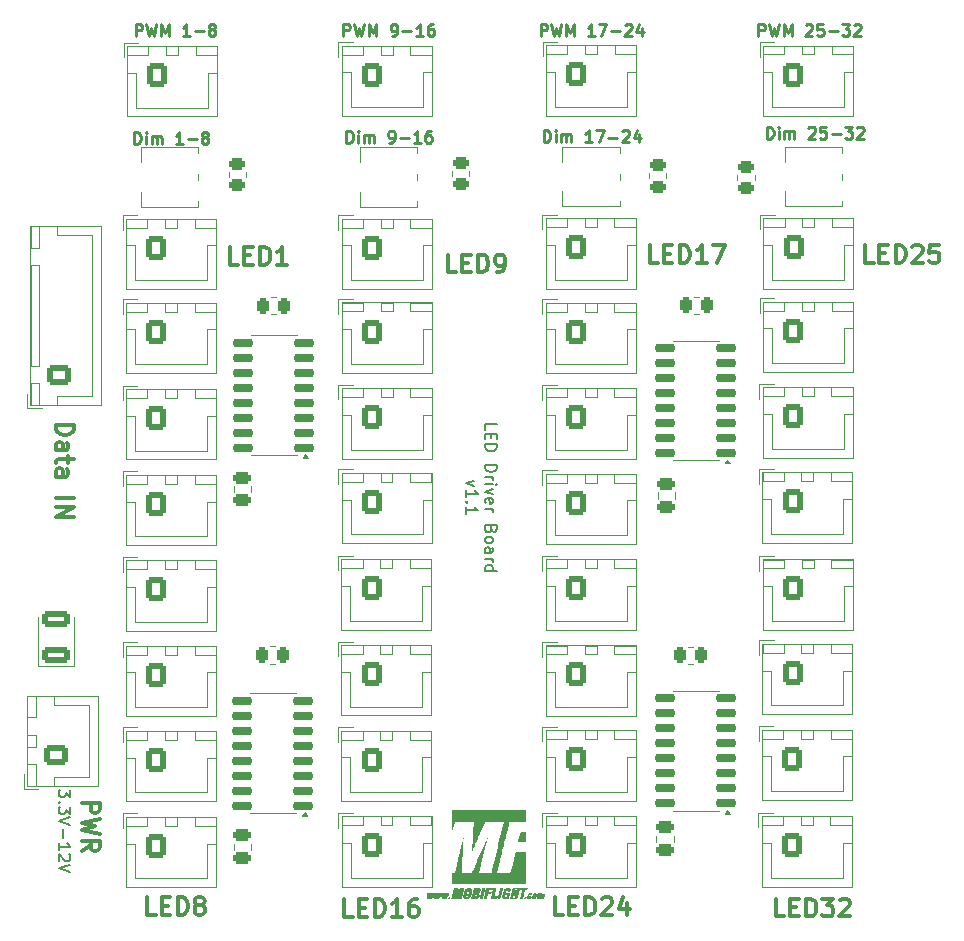
<source format=gbr>
%TF.GenerationSoftware,KiCad,Pcbnew,9.0.3*%
%TF.CreationDate,2025-07-23T09:39:23+02:00*%
%TF.ProjectId,LED-driver-Board,4c45442d-6472-4697-9665-722d426f6172,rev?*%
%TF.SameCoordinates,Original*%
%TF.FileFunction,Legend,Top*%
%TF.FilePolarity,Positive*%
%FSLAX46Y46*%
G04 Gerber Fmt 4.6, Leading zero omitted, Abs format (unit mm)*
G04 Created by KiCad (PCBNEW 9.0.3) date 2025-07-23 09:39:23*
%MOMM*%
%LPD*%
G01*
G04 APERTURE LIST*
G04 Aperture macros list*
%AMRoundRect*
0 Rectangle with rounded corners*
0 $1 Rounding radius*
0 $2 $3 $4 $5 $6 $7 $8 $9 X,Y pos of 4 corners*
0 Add a 4 corners polygon primitive as box body*
4,1,4,$2,$3,$4,$5,$6,$7,$8,$9,$2,$3,0*
0 Add four circle primitives for the rounded corners*
1,1,$1+$1,$2,$3*
1,1,$1+$1,$4,$5*
1,1,$1+$1,$6,$7*
1,1,$1+$1,$8,$9*
0 Add four rect primitives between the rounded corners*
20,1,$1+$1,$2,$3,$4,$5,0*
20,1,$1+$1,$4,$5,$6,$7,0*
20,1,$1+$1,$6,$7,$8,$9,0*
20,1,$1+$1,$8,$9,$2,$3,0*%
G04 Aperture macros list end*
%ADD10C,0.250000*%
%ADD11C,0.300000*%
%ADD12C,0.150000*%
%ADD13C,0.120000*%
%ADD14C,0.000000*%
%ADD15O,1.700000X2.000000*%
%ADD16RoundRect,0.250000X-0.600000X-0.750000X0.600000X-0.750000X0.600000X0.750000X-0.600000X0.750000X0*%
%ADD17RoundRect,0.250000X-0.262500X-0.450000X0.262500X-0.450000X0.262500X0.450000X-0.262500X0.450000X0*%
%ADD18RoundRect,0.250000X0.475000X-0.250000X0.475000X0.250000X-0.475000X0.250000X-0.475000X-0.250000X0*%
%ADD19C,6.400000*%
%ADD20R,2.000000X1.300000*%
%ADD21R,2.000000X2.000000*%
%ADD22RoundRect,0.250000X0.450000X-0.262500X0.450000X0.262500X-0.450000X0.262500X-0.450000X-0.262500X0*%
%ADD23RoundRect,0.150000X0.725000X0.150000X-0.725000X0.150000X-0.725000X-0.150000X0.725000X-0.150000X0*%
%ADD24RoundRect,0.250000X0.725000X-0.600000X0.725000X0.600000X-0.725000X0.600000X-0.725000X-0.600000X0*%
%ADD25O,1.950000X1.700000*%
%ADD26RoundRect,0.250000X0.945000X-0.420000X0.945000X0.420000X-0.945000X0.420000X-0.945000X-0.420000X0*%
%ADD27RoundRect,0.250000X0.262500X0.450000X-0.262500X0.450000X-0.262500X-0.450000X0.262500X-0.450000X0*%
%ADD28RoundRect,0.250000X0.750000X-0.600000X0.750000X0.600000X-0.750000X0.600000X-0.750000X-0.600000X0*%
%ADD29O,2.000000X1.700000*%
G04 APERTURE END LIST*
D10*
X132882568Y-62604619D02*
X132882568Y-61604619D01*
X132882568Y-61604619D02*
X133263520Y-61604619D01*
X133263520Y-61604619D02*
X133358758Y-61652238D01*
X133358758Y-61652238D02*
X133406377Y-61699857D01*
X133406377Y-61699857D02*
X133453996Y-61795095D01*
X133453996Y-61795095D02*
X133453996Y-61937952D01*
X133453996Y-61937952D02*
X133406377Y-62033190D01*
X133406377Y-62033190D02*
X133358758Y-62080809D01*
X133358758Y-62080809D02*
X133263520Y-62128428D01*
X133263520Y-62128428D02*
X132882568Y-62128428D01*
X133787330Y-61604619D02*
X134025425Y-62604619D01*
X134025425Y-62604619D02*
X134215901Y-61890333D01*
X134215901Y-61890333D02*
X134406377Y-62604619D01*
X134406377Y-62604619D02*
X134644473Y-61604619D01*
X135025425Y-62604619D02*
X135025425Y-61604619D01*
X135025425Y-61604619D02*
X135358758Y-62318904D01*
X135358758Y-62318904D02*
X135692091Y-61604619D01*
X135692091Y-61604619D02*
X135692091Y-62604619D01*
X136882568Y-61699857D02*
X136930187Y-61652238D01*
X136930187Y-61652238D02*
X137025425Y-61604619D01*
X137025425Y-61604619D02*
X137263520Y-61604619D01*
X137263520Y-61604619D02*
X137358758Y-61652238D01*
X137358758Y-61652238D02*
X137406377Y-61699857D01*
X137406377Y-61699857D02*
X137453996Y-61795095D01*
X137453996Y-61795095D02*
X137453996Y-61890333D01*
X137453996Y-61890333D02*
X137406377Y-62033190D01*
X137406377Y-62033190D02*
X136834949Y-62604619D01*
X136834949Y-62604619D02*
X137453996Y-62604619D01*
X138358758Y-61604619D02*
X137882568Y-61604619D01*
X137882568Y-61604619D02*
X137834949Y-62080809D01*
X137834949Y-62080809D02*
X137882568Y-62033190D01*
X137882568Y-62033190D02*
X137977806Y-61985571D01*
X137977806Y-61985571D02*
X138215901Y-61985571D01*
X138215901Y-61985571D02*
X138311139Y-62033190D01*
X138311139Y-62033190D02*
X138358758Y-62080809D01*
X138358758Y-62080809D02*
X138406377Y-62176047D01*
X138406377Y-62176047D02*
X138406377Y-62414142D01*
X138406377Y-62414142D02*
X138358758Y-62509380D01*
X138358758Y-62509380D02*
X138311139Y-62557000D01*
X138311139Y-62557000D02*
X138215901Y-62604619D01*
X138215901Y-62604619D02*
X137977806Y-62604619D01*
X137977806Y-62604619D02*
X137882568Y-62557000D01*
X137882568Y-62557000D02*
X137834949Y-62509380D01*
X138834949Y-62223666D02*
X139596854Y-62223666D01*
X139977806Y-61604619D02*
X140596853Y-61604619D01*
X140596853Y-61604619D02*
X140263520Y-61985571D01*
X140263520Y-61985571D02*
X140406377Y-61985571D01*
X140406377Y-61985571D02*
X140501615Y-62033190D01*
X140501615Y-62033190D02*
X140549234Y-62080809D01*
X140549234Y-62080809D02*
X140596853Y-62176047D01*
X140596853Y-62176047D02*
X140596853Y-62414142D01*
X140596853Y-62414142D02*
X140549234Y-62509380D01*
X140549234Y-62509380D02*
X140501615Y-62557000D01*
X140501615Y-62557000D02*
X140406377Y-62604619D01*
X140406377Y-62604619D02*
X140120663Y-62604619D01*
X140120663Y-62604619D02*
X140025425Y-62557000D01*
X140025425Y-62557000D02*
X139977806Y-62509380D01*
X140977806Y-61699857D02*
X141025425Y-61652238D01*
X141025425Y-61652238D02*
X141120663Y-61604619D01*
X141120663Y-61604619D02*
X141358758Y-61604619D01*
X141358758Y-61604619D02*
X141453996Y-61652238D01*
X141453996Y-61652238D02*
X141501615Y-61699857D01*
X141501615Y-61699857D02*
X141549234Y-61795095D01*
X141549234Y-61795095D02*
X141549234Y-61890333D01*
X141549234Y-61890333D02*
X141501615Y-62033190D01*
X141501615Y-62033190D02*
X140930187Y-62604619D01*
X140930187Y-62604619D02*
X141549234Y-62604619D01*
X114452568Y-62604619D02*
X114452568Y-61604619D01*
X114452568Y-61604619D02*
X114833520Y-61604619D01*
X114833520Y-61604619D02*
X114928758Y-61652238D01*
X114928758Y-61652238D02*
X114976377Y-61699857D01*
X114976377Y-61699857D02*
X115023996Y-61795095D01*
X115023996Y-61795095D02*
X115023996Y-61937952D01*
X115023996Y-61937952D02*
X114976377Y-62033190D01*
X114976377Y-62033190D02*
X114928758Y-62080809D01*
X114928758Y-62080809D02*
X114833520Y-62128428D01*
X114833520Y-62128428D02*
X114452568Y-62128428D01*
X115357330Y-61604619D02*
X115595425Y-62604619D01*
X115595425Y-62604619D02*
X115785901Y-61890333D01*
X115785901Y-61890333D02*
X115976377Y-62604619D01*
X115976377Y-62604619D02*
X116214473Y-61604619D01*
X116595425Y-62604619D02*
X116595425Y-61604619D01*
X116595425Y-61604619D02*
X116928758Y-62318904D01*
X116928758Y-62318904D02*
X117262091Y-61604619D01*
X117262091Y-61604619D02*
X117262091Y-62604619D01*
X119023996Y-62604619D02*
X118452568Y-62604619D01*
X118738282Y-62604619D02*
X118738282Y-61604619D01*
X118738282Y-61604619D02*
X118643044Y-61747476D01*
X118643044Y-61747476D02*
X118547806Y-61842714D01*
X118547806Y-61842714D02*
X118452568Y-61890333D01*
X119357330Y-61604619D02*
X120023996Y-61604619D01*
X120023996Y-61604619D02*
X119595425Y-62604619D01*
X120404949Y-62223666D02*
X121166854Y-62223666D01*
X121595425Y-61699857D02*
X121643044Y-61652238D01*
X121643044Y-61652238D02*
X121738282Y-61604619D01*
X121738282Y-61604619D02*
X121976377Y-61604619D01*
X121976377Y-61604619D02*
X122071615Y-61652238D01*
X122071615Y-61652238D02*
X122119234Y-61699857D01*
X122119234Y-61699857D02*
X122166853Y-61795095D01*
X122166853Y-61795095D02*
X122166853Y-61890333D01*
X122166853Y-61890333D02*
X122119234Y-62033190D01*
X122119234Y-62033190D02*
X121547806Y-62604619D01*
X121547806Y-62604619D02*
X122166853Y-62604619D01*
X123023996Y-61937952D02*
X123023996Y-62604619D01*
X122785901Y-61557000D02*
X122547806Y-62271285D01*
X122547806Y-62271285D02*
X123166853Y-62271285D01*
X97742568Y-62604619D02*
X97742568Y-61604619D01*
X97742568Y-61604619D02*
X98123520Y-61604619D01*
X98123520Y-61604619D02*
X98218758Y-61652238D01*
X98218758Y-61652238D02*
X98266377Y-61699857D01*
X98266377Y-61699857D02*
X98313996Y-61795095D01*
X98313996Y-61795095D02*
X98313996Y-61937952D01*
X98313996Y-61937952D02*
X98266377Y-62033190D01*
X98266377Y-62033190D02*
X98218758Y-62080809D01*
X98218758Y-62080809D02*
X98123520Y-62128428D01*
X98123520Y-62128428D02*
X97742568Y-62128428D01*
X98647330Y-61604619D02*
X98885425Y-62604619D01*
X98885425Y-62604619D02*
X99075901Y-61890333D01*
X99075901Y-61890333D02*
X99266377Y-62604619D01*
X99266377Y-62604619D02*
X99504473Y-61604619D01*
X99885425Y-62604619D02*
X99885425Y-61604619D01*
X99885425Y-61604619D02*
X100218758Y-62318904D01*
X100218758Y-62318904D02*
X100552091Y-61604619D01*
X100552091Y-61604619D02*
X100552091Y-62604619D01*
X101837806Y-62604619D02*
X102028282Y-62604619D01*
X102028282Y-62604619D02*
X102123520Y-62557000D01*
X102123520Y-62557000D02*
X102171139Y-62509380D01*
X102171139Y-62509380D02*
X102266377Y-62366523D01*
X102266377Y-62366523D02*
X102313996Y-62176047D01*
X102313996Y-62176047D02*
X102313996Y-61795095D01*
X102313996Y-61795095D02*
X102266377Y-61699857D01*
X102266377Y-61699857D02*
X102218758Y-61652238D01*
X102218758Y-61652238D02*
X102123520Y-61604619D01*
X102123520Y-61604619D02*
X101933044Y-61604619D01*
X101933044Y-61604619D02*
X101837806Y-61652238D01*
X101837806Y-61652238D02*
X101790187Y-61699857D01*
X101790187Y-61699857D02*
X101742568Y-61795095D01*
X101742568Y-61795095D02*
X101742568Y-62033190D01*
X101742568Y-62033190D02*
X101790187Y-62128428D01*
X101790187Y-62128428D02*
X101837806Y-62176047D01*
X101837806Y-62176047D02*
X101933044Y-62223666D01*
X101933044Y-62223666D02*
X102123520Y-62223666D01*
X102123520Y-62223666D02*
X102218758Y-62176047D01*
X102218758Y-62176047D02*
X102266377Y-62128428D01*
X102266377Y-62128428D02*
X102313996Y-62033190D01*
X102742568Y-62223666D02*
X103504473Y-62223666D01*
X104504472Y-62604619D02*
X103933044Y-62604619D01*
X104218758Y-62604619D02*
X104218758Y-61604619D01*
X104218758Y-61604619D02*
X104123520Y-61747476D01*
X104123520Y-61747476D02*
X104028282Y-61842714D01*
X104028282Y-61842714D02*
X103933044Y-61890333D01*
X105361615Y-61604619D02*
X105171139Y-61604619D01*
X105171139Y-61604619D02*
X105075901Y-61652238D01*
X105075901Y-61652238D02*
X105028282Y-61699857D01*
X105028282Y-61699857D02*
X104933044Y-61842714D01*
X104933044Y-61842714D02*
X104885425Y-62033190D01*
X104885425Y-62033190D02*
X104885425Y-62414142D01*
X104885425Y-62414142D02*
X104933044Y-62509380D01*
X104933044Y-62509380D02*
X104980663Y-62557000D01*
X104980663Y-62557000D02*
X105075901Y-62604619D01*
X105075901Y-62604619D02*
X105266377Y-62604619D01*
X105266377Y-62604619D02*
X105361615Y-62557000D01*
X105361615Y-62557000D02*
X105409234Y-62509380D01*
X105409234Y-62509380D02*
X105456853Y-62414142D01*
X105456853Y-62414142D02*
X105456853Y-62176047D01*
X105456853Y-62176047D02*
X105409234Y-62080809D01*
X105409234Y-62080809D02*
X105361615Y-62033190D01*
X105361615Y-62033190D02*
X105266377Y-61985571D01*
X105266377Y-61985571D02*
X105075901Y-61985571D01*
X105075901Y-61985571D02*
X104980663Y-62033190D01*
X104980663Y-62033190D02*
X104933044Y-62080809D01*
X104933044Y-62080809D02*
X104885425Y-62176047D01*
X80152568Y-62604619D02*
X80152568Y-61604619D01*
X80152568Y-61604619D02*
X80533520Y-61604619D01*
X80533520Y-61604619D02*
X80628758Y-61652238D01*
X80628758Y-61652238D02*
X80676377Y-61699857D01*
X80676377Y-61699857D02*
X80723996Y-61795095D01*
X80723996Y-61795095D02*
X80723996Y-61937952D01*
X80723996Y-61937952D02*
X80676377Y-62033190D01*
X80676377Y-62033190D02*
X80628758Y-62080809D01*
X80628758Y-62080809D02*
X80533520Y-62128428D01*
X80533520Y-62128428D02*
X80152568Y-62128428D01*
X81057330Y-61604619D02*
X81295425Y-62604619D01*
X81295425Y-62604619D02*
X81485901Y-61890333D01*
X81485901Y-61890333D02*
X81676377Y-62604619D01*
X81676377Y-62604619D02*
X81914473Y-61604619D01*
X82295425Y-62604619D02*
X82295425Y-61604619D01*
X82295425Y-61604619D02*
X82628758Y-62318904D01*
X82628758Y-62318904D02*
X82962091Y-61604619D01*
X82962091Y-61604619D02*
X82962091Y-62604619D01*
X84723996Y-62604619D02*
X84152568Y-62604619D01*
X84438282Y-62604619D02*
X84438282Y-61604619D01*
X84438282Y-61604619D02*
X84343044Y-61747476D01*
X84343044Y-61747476D02*
X84247806Y-61842714D01*
X84247806Y-61842714D02*
X84152568Y-61890333D01*
X85152568Y-62223666D02*
X85914473Y-62223666D01*
X86533520Y-62033190D02*
X86438282Y-61985571D01*
X86438282Y-61985571D02*
X86390663Y-61937952D01*
X86390663Y-61937952D02*
X86343044Y-61842714D01*
X86343044Y-61842714D02*
X86343044Y-61795095D01*
X86343044Y-61795095D02*
X86390663Y-61699857D01*
X86390663Y-61699857D02*
X86438282Y-61652238D01*
X86438282Y-61652238D02*
X86533520Y-61604619D01*
X86533520Y-61604619D02*
X86723996Y-61604619D01*
X86723996Y-61604619D02*
X86819234Y-61652238D01*
X86819234Y-61652238D02*
X86866853Y-61699857D01*
X86866853Y-61699857D02*
X86914472Y-61795095D01*
X86914472Y-61795095D02*
X86914472Y-61842714D01*
X86914472Y-61842714D02*
X86866853Y-61937952D01*
X86866853Y-61937952D02*
X86819234Y-61985571D01*
X86819234Y-61985571D02*
X86723996Y-62033190D01*
X86723996Y-62033190D02*
X86533520Y-62033190D01*
X86533520Y-62033190D02*
X86438282Y-62080809D01*
X86438282Y-62080809D02*
X86390663Y-62128428D01*
X86390663Y-62128428D02*
X86343044Y-62223666D01*
X86343044Y-62223666D02*
X86343044Y-62414142D01*
X86343044Y-62414142D02*
X86390663Y-62509380D01*
X86390663Y-62509380D02*
X86438282Y-62557000D01*
X86438282Y-62557000D02*
X86533520Y-62604619D01*
X86533520Y-62604619D02*
X86723996Y-62604619D01*
X86723996Y-62604619D02*
X86819234Y-62557000D01*
X86819234Y-62557000D02*
X86866853Y-62509380D01*
X86866853Y-62509380D02*
X86914472Y-62414142D01*
X86914472Y-62414142D02*
X86914472Y-62223666D01*
X86914472Y-62223666D02*
X86866853Y-62128428D01*
X86866853Y-62128428D02*
X86819234Y-62080809D01*
X86819234Y-62080809D02*
X86723996Y-62033190D01*
X114712568Y-71584619D02*
X114712568Y-70584619D01*
X114712568Y-70584619D02*
X114950663Y-70584619D01*
X114950663Y-70584619D02*
X115093520Y-70632238D01*
X115093520Y-70632238D02*
X115188758Y-70727476D01*
X115188758Y-70727476D02*
X115236377Y-70822714D01*
X115236377Y-70822714D02*
X115283996Y-71013190D01*
X115283996Y-71013190D02*
X115283996Y-71156047D01*
X115283996Y-71156047D02*
X115236377Y-71346523D01*
X115236377Y-71346523D02*
X115188758Y-71441761D01*
X115188758Y-71441761D02*
X115093520Y-71537000D01*
X115093520Y-71537000D02*
X114950663Y-71584619D01*
X114950663Y-71584619D02*
X114712568Y-71584619D01*
X115712568Y-71584619D02*
X115712568Y-70917952D01*
X115712568Y-70584619D02*
X115664949Y-70632238D01*
X115664949Y-70632238D02*
X115712568Y-70679857D01*
X115712568Y-70679857D02*
X115760187Y-70632238D01*
X115760187Y-70632238D02*
X115712568Y-70584619D01*
X115712568Y-70584619D02*
X115712568Y-70679857D01*
X116188758Y-71584619D02*
X116188758Y-70917952D01*
X116188758Y-71013190D02*
X116236377Y-70965571D01*
X116236377Y-70965571D02*
X116331615Y-70917952D01*
X116331615Y-70917952D02*
X116474472Y-70917952D01*
X116474472Y-70917952D02*
X116569710Y-70965571D01*
X116569710Y-70965571D02*
X116617329Y-71060809D01*
X116617329Y-71060809D02*
X116617329Y-71584619D01*
X116617329Y-71060809D02*
X116664948Y-70965571D01*
X116664948Y-70965571D02*
X116760186Y-70917952D01*
X116760186Y-70917952D02*
X116903043Y-70917952D01*
X116903043Y-70917952D02*
X116998282Y-70965571D01*
X116998282Y-70965571D02*
X117045901Y-71060809D01*
X117045901Y-71060809D02*
X117045901Y-71584619D01*
X118807805Y-71584619D02*
X118236377Y-71584619D01*
X118522091Y-71584619D02*
X118522091Y-70584619D01*
X118522091Y-70584619D02*
X118426853Y-70727476D01*
X118426853Y-70727476D02*
X118331615Y-70822714D01*
X118331615Y-70822714D02*
X118236377Y-70870333D01*
X119141139Y-70584619D02*
X119807805Y-70584619D01*
X119807805Y-70584619D02*
X119379234Y-71584619D01*
X120188758Y-71203666D02*
X120950663Y-71203666D01*
X121379234Y-70679857D02*
X121426853Y-70632238D01*
X121426853Y-70632238D02*
X121522091Y-70584619D01*
X121522091Y-70584619D02*
X121760186Y-70584619D01*
X121760186Y-70584619D02*
X121855424Y-70632238D01*
X121855424Y-70632238D02*
X121903043Y-70679857D01*
X121903043Y-70679857D02*
X121950662Y-70775095D01*
X121950662Y-70775095D02*
X121950662Y-70870333D01*
X121950662Y-70870333D02*
X121903043Y-71013190D01*
X121903043Y-71013190D02*
X121331615Y-71584619D01*
X121331615Y-71584619D02*
X121950662Y-71584619D01*
X122807805Y-70917952D02*
X122807805Y-71584619D01*
X122569710Y-70537000D02*
X122331615Y-71251285D01*
X122331615Y-71251285D02*
X122950662Y-71251285D01*
X80042568Y-71744619D02*
X80042568Y-70744619D01*
X80042568Y-70744619D02*
X80280663Y-70744619D01*
X80280663Y-70744619D02*
X80423520Y-70792238D01*
X80423520Y-70792238D02*
X80518758Y-70887476D01*
X80518758Y-70887476D02*
X80566377Y-70982714D01*
X80566377Y-70982714D02*
X80613996Y-71173190D01*
X80613996Y-71173190D02*
X80613996Y-71316047D01*
X80613996Y-71316047D02*
X80566377Y-71506523D01*
X80566377Y-71506523D02*
X80518758Y-71601761D01*
X80518758Y-71601761D02*
X80423520Y-71697000D01*
X80423520Y-71697000D02*
X80280663Y-71744619D01*
X80280663Y-71744619D02*
X80042568Y-71744619D01*
X81042568Y-71744619D02*
X81042568Y-71077952D01*
X81042568Y-70744619D02*
X80994949Y-70792238D01*
X80994949Y-70792238D02*
X81042568Y-70839857D01*
X81042568Y-70839857D02*
X81090187Y-70792238D01*
X81090187Y-70792238D02*
X81042568Y-70744619D01*
X81042568Y-70744619D02*
X81042568Y-70839857D01*
X81518758Y-71744619D02*
X81518758Y-71077952D01*
X81518758Y-71173190D02*
X81566377Y-71125571D01*
X81566377Y-71125571D02*
X81661615Y-71077952D01*
X81661615Y-71077952D02*
X81804472Y-71077952D01*
X81804472Y-71077952D02*
X81899710Y-71125571D01*
X81899710Y-71125571D02*
X81947329Y-71220809D01*
X81947329Y-71220809D02*
X81947329Y-71744619D01*
X81947329Y-71220809D02*
X81994948Y-71125571D01*
X81994948Y-71125571D02*
X82090186Y-71077952D01*
X82090186Y-71077952D02*
X82233043Y-71077952D01*
X82233043Y-71077952D02*
X82328282Y-71125571D01*
X82328282Y-71125571D02*
X82375901Y-71220809D01*
X82375901Y-71220809D02*
X82375901Y-71744619D01*
X84137805Y-71744619D02*
X83566377Y-71744619D01*
X83852091Y-71744619D02*
X83852091Y-70744619D01*
X83852091Y-70744619D02*
X83756853Y-70887476D01*
X83756853Y-70887476D02*
X83661615Y-70982714D01*
X83661615Y-70982714D02*
X83566377Y-71030333D01*
X84566377Y-71363666D02*
X85328282Y-71363666D01*
X85947329Y-71173190D02*
X85852091Y-71125571D01*
X85852091Y-71125571D02*
X85804472Y-71077952D01*
X85804472Y-71077952D02*
X85756853Y-70982714D01*
X85756853Y-70982714D02*
X85756853Y-70935095D01*
X85756853Y-70935095D02*
X85804472Y-70839857D01*
X85804472Y-70839857D02*
X85852091Y-70792238D01*
X85852091Y-70792238D02*
X85947329Y-70744619D01*
X85947329Y-70744619D02*
X86137805Y-70744619D01*
X86137805Y-70744619D02*
X86233043Y-70792238D01*
X86233043Y-70792238D02*
X86280662Y-70839857D01*
X86280662Y-70839857D02*
X86328281Y-70935095D01*
X86328281Y-70935095D02*
X86328281Y-70982714D01*
X86328281Y-70982714D02*
X86280662Y-71077952D01*
X86280662Y-71077952D02*
X86233043Y-71125571D01*
X86233043Y-71125571D02*
X86137805Y-71173190D01*
X86137805Y-71173190D02*
X85947329Y-71173190D01*
X85947329Y-71173190D02*
X85852091Y-71220809D01*
X85852091Y-71220809D02*
X85804472Y-71268428D01*
X85804472Y-71268428D02*
X85756853Y-71363666D01*
X85756853Y-71363666D02*
X85756853Y-71554142D01*
X85756853Y-71554142D02*
X85804472Y-71649380D01*
X85804472Y-71649380D02*
X85852091Y-71697000D01*
X85852091Y-71697000D02*
X85947329Y-71744619D01*
X85947329Y-71744619D02*
X86137805Y-71744619D01*
X86137805Y-71744619D02*
X86233043Y-71697000D01*
X86233043Y-71697000D02*
X86280662Y-71649380D01*
X86280662Y-71649380D02*
X86328281Y-71554142D01*
X86328281Y-71554142D02*
X86328281Y-71363666D01*
X86328281Y-71363666D02*
X86280662Y-71268428D01*
X86280662Y-71268428D02*
X86233043Y-71220809D01*
X86233043Y-71220809D02*
X86137805Y-71173190D01*
D11*
X142638796Y-81800828D02*
X141924510Y-81800828D01*
X141924510Y-81800828D02*
X141924510Y-80300828D01*
X143138796Y-81015114D02*
X143638796Y-81015114D01*
X143853082Y-81800828D02*
X143138796Y-81800828D01*
X143138796Y-81800828D02*
X143138796Y-80300828D01*
X143138796Y-80300828D02*
X143853082Y-80300828D01*
X144495939Y-81800828D02*
X144495939Y-80300828D01*
X144495939Y-80300828D02*
X144853082Y-80300828D01*
X144853082Y-80300828D02*
X145067368Y-80372257D01*
X145067368Y-80372257D02*
X145210225Y-80515114D01*
X145210225Y-80515114D02*
X145281654Y-80657971D01*
X145281654Y-80657971D02*
X145353082Y-80943685D01*
X145353082Y-80943685D02*
X145353082Y-81157971D01*
X145353082Y-81157971D02*
X145281654Y-81443685D01*
X145281654Y-81443685D02*
X145210225Y-81586542D01*
X145210225Y-81586542D02*
X145067368Y-81729400D01*
X145067368Y-81729400D02*
X144853082Y-81800828D01*
X144853082Y-81800828D02*
X144495939Y-81800828D01*
X145924511Y-80443685D02*
X145995939Y-80372257D01*
X145995939Y-80372257D02*
X146138797Y-80300828D01*
X146138797Y-80300828D02*
X146495939Y-80300828D01*
X146495939Y-80300828D02*
X146638797Y-80372257D01*
X146638797Y-80372257D02*
X146710225Y-80443685D01*
X146710225Y-80443685D02*
X146781654Y-80586542D01*
X146781654Y-80586542D02*
X146781654Y-80729400D01*
X146781654Y-80729400D02*
X146710225Y-80943685D01*
X146710225Y-80943685D02*
X145853082Y-81800828D01*
X145853082Y-81800828D02*
X146781654Y-81800828D01*
X148138796Y-80300828D02*
X147424510Y-80300828D01*
X147424510Y-80300828D02*
X147353082Y-81015114D01*
X147353082Y-81015114D02*
X147424510Y-80943685D01*
X147424510Y-80943685D02*
X147567368Y-80872257D01*
X147567368Y-80872257D02*
X147924510Y-80872257D01*
X147924510Y-80872257D02*
X148067368Y-80943685D01*
X148067368Y-80943685D02*
X148138796Y-81015114D01*
X148138796Y-81015114D02*
X148210225Y-81157971D01*
X148210225Y-81157971D02*
X148210225Y-81515114D01*
X148210225Y-81515114D02*
X148138796Y-81657971D01*
X148138796Y-81657971D02*
X148067368Y-81729400D01*
X148067368Y-81729400D02*
X147924510Y-81800828D01*
X147924510Y-81800828D02*
X147567368Y-81800828D01*
X147567368Y-81800828D02*
X147424510Y-81729400D01*
X147424510Y-81729400D02*
X147353082Y-81657971D01*
X81868796Y-137020828D02*
X81154510Y-137020828D01*
X81154510Y-137020828D02*
X81154510Y-135520828D01*
X82368796Y-136235114D02*
X82868796Y-136235114D01*
X83083082Y-137020828D02*
X82368796Y-137020828D01*
X82368796Y-137020828D02*
X82368796Y-135520828D01*
X82368796Y-135520828D02*
X83083082Y-135520828D01*
X83725939Y-137020828D02*
X83725939Y-135520828D01*
X83725939Y-135520828D02*
X84083082Y-135520828D01*
X84083082Y-135520828D02*
X84297368Y-135592257D01*
X84297368Y-135592257D02*
X84440225Y-135735114D01*
X84440225Y-135735114D02*
X84511654Y-135877971D01*
X84511654Y-135877971D02*
X84583082Y-136163685D01*
X84583082Y-136163685D02*
X84583082Y-136377971D01*
X84583082Y-136377971D02*
X84511654Y-136663685D01*
X84511654Y-136663685D02*
X84440225Y-136806542D01*
X84440225Y-136806542D02*
X84297368Y-136949400D01*
X84297368Y-136949400D02*
X84083082Y-137020828D01*
X84083082Y-137020828D02*
X83725939Y-137020828D01*
X85440225Y-136163685D02*
X85297368Y-136092257D01*
X85297368Y-136092257D02*
X85225939Y-136020828D01*
X85225939Y-136020828D02*
X85154511Y-135877971D01*
X85154511Y-135877971D02*
X85154511Y-135806542D01*
X85154511Y-135806542D02*
X85225939Y-135663685D01*
X85225939Y-135663685D02*
X85297368Y-135592257D01*
X85297368Y-135592257D02*
X85440225Y-135520828D01*
X85440225Y-135520828D02*
X85725939Y-135520828D01*
X85725939Y-135520828D02*
X85868797Y-135592257D01*
X85868797Y-135592257D02*
X85940225Y-135663685D01*
X85940225Y-135663685D02*
X86011654Y-135806542D01*
X86011654Y-135806542D02*
X86011654Y-135877971D01*
X86011654Y-135877971D02*
X85940225Y-136020828D01*
X85940225Y-136020828D02*
X85868797Y-136092257D01*
X85868797Y-136092257D02*
X85725939Y-136163685D01*
X85725939Y-136163685D02*
X85440225Y-136163685D01*
X85440225Y-136163685D02*
X85297368Y-136235114D01*
X85297368Y-136235114D02*
X85225939Y-136306542D01*
X85225939Y-136306542D02*
X85154511Y-136449400D01*
X85154511Y-136449400D02*
X85154511Y-136735114D01*
X85154511Y-136735114D02*
X85225939Y-136877971D01*
X85225939Y-136877971D02*
X85297368Y-136949400D01*
X85297368Y-136949400D02*
X85440225Y-137020828D01*
X85440225Y-137020828D02*
X85725939Y-137020828D01*
X85725939Y-137020828D02*
X85868797Y-136949400D01*
X85868797Y-136949400D02*
X85940225Y-136877971D01*
X85940225Y-136877971D02*
X86011654Y-136735114D01*
X86011654Y-136735114D02*
X86011654Y-136449400D01*
X86011654Y-136449400D02*
X85940225Y-136306542D01*
X85940225Y-136306542D02*
X85868797Y-136235114D01*
X85868797Y-136235114D02*
X85725939Y-136163685D01*
X116368796Y-137040828D02*
X115654510Y-137040828D01*
X115654510Y-137040828D02*
X115654510Y-135540828D01*
X116868796Y-136255114D02*
X117368796Y-136255114D01*
X117583082Y-137040828D02*
X116868796Y-137040828D01*
X116868796Y-137040828D02*
X116868796Y-135540828D01*
X116868796Y-135540828D02*
X117583082Y-135540828D01*
X118225939Y-137040828D02*
X118225939Y-135540828D01*
X118225939Y-135540828D02*
X118583082Y-135540828D01*
X118583082Y-135540828D02*
X118797368Y-135612257D01*
X118797368Y-135612257D02*
X118940225Y-135755114D01*
X118940225Y-135755114D02*
X119011654Y-135897971D01*
X119011654Y-135897971D02*
X119083082Y-136183685D01*
X119083082Y-136183685D02*
X119083082Y-136397971D01*
X119083082Y-136397971D02*
X119011654Y-136683685D01*
X119011654Y-136683685D02*
X118940225Y-136826542D01*
X118940225Y-136826542D02*
X118797368Y-136969400D01*
X118797368Y-136969400D02*
X118583082Y-137040828D01*
X118583082Y-137040828D02*
X118225939Y-137040828D01*
X119654511Y-135683685D02*
X119725939Y-135612257D01*
X119725939Y-135612257D02*
X119868797Y-135540828D01*
X119868797Y-135540828D02*
X120225939Y-135540828D01*
X120225939Y-135540828D02*
X120368797Y-135612257D01*
X120368797Y-135612257D02*
X120440225Y-135683685D01*
X120440225Y-135683685D02*
X120511654Y-135826542D01*
X120511654Y-135826542D02*
X120511654Y-135969400D01*
X120511654Y-135969400D02*
X120440225Y-136183685D01*
X120440225Y-136183685D02*
X119583082Y-137040828D01*
X119583082Y-137040828D02*
X120511654Y-137040828D01*
X121797368Y-136040828D02*
X121797368Y-137040828D01*
X121440225Y-135469400D02*
X121083082Y-136540828D01*
X121083082Y-136540828D02*
X122011653Y-136540828D01*
X135078796Y-137150828D02*
X134364510Y-137150828D01*
X134364510Y-137150828D02*
X134364510Y-135650828D01*
X135578796Y-136365114D02*
X136078796Y-136365114D01*
X136293082Y-137150828D02*
X135578796Y-137150828D01*
X135578796Y-137150828D02*
X135578796Y-135650828D01*
X135578796Y-135650828D02*
X136293082Y-135650828D01*
X136935939Y-137150828D02*
X136935939Y-135650828D01*
X136935939Y-135650828D02*
X137293082Y-135650828D01*
X137293082Y-135650828D02*
X137507368Y-135722257D01*
X137507368Y-135722257D02*
X137650225Y-135865114D01*
X137650225Y-135865114D02*
X137721654Y-136007971D01*
X137721654Y-136007971D02*
X137793082Y-136293685D01*
X137793082Y-136293685D02*
X137793082Y-136507971D01*
X137793082Y-136507971D02*
X137721654Y-136793685D01*
X137721654Y-136793685D02*
X137650225Y-136936542D01*
X137650225Y-136936542D02*
X137507368Y-137079400D01*
X137507368Y-137079400D02*
X137293082Y-137150828D01*
X137293082Y-137150828D02*
X136935939Y-137150828D01*
X138293082Y-135650828D02*
X139221654Y-135650828D01*
X139221654Y-135650828D02*
X138721654Y-136222257D01*
X138721654Y-136222257D02*
X138935939Y-136222257D01*
X138935939Y-136222257D02*
X139078797Y-136293685D01*
X139078797Y-136293685D02*
X139150225Y-136365114D01*
X139150225Y-136365114D02*
X139221654Y-136507971D01*
X139221654Y-136507971D02*
X139221654Y-136865114D01*
X139221654Y-136865114D02*
X139150225Y-137007971D01*
X139150225Y-137007971D02*
X139078797Y-137079400D01*
X139078797Y-137079400D02*
X138935939Y-137150828D01*
X138935939Y-137150828D02*
X138507368Y-137150828D01*
X138507368Y-137150828D02*
X138364511Y-137079400D01*
X138364511Y-137079400D02*
X138293082Y-137007971D01*
X139793082Y-135793685D02*
X139864510Y-135722257D01*
X139864510Y-135722257D02*
X140007368Y-135650828D01*
X140007368Y-135650828D02*
X140364510Y-135650828D01*
X140364510Y-135650828D02*
X140507368Y-135722257D01*
X140507368Y-135722257D02*
X140578796Y-135793685D01*
X140578796Y-135793685D02*
X140650225Y-135936542D01*
X140650225Y-135936542D02*
X140650225Y-136079400D01*
X140650225Y-136079400D02*
X140578796Y-136293685D01*
X140578796Y-136293685D02*
X139721653Y-137150828D01*
X139721653Y-137150828D02*
X140650225Y-137150828D01*
D12*
X109750152Y-95941903D02*
X109750152Y-95465713D01*
X109750152Y-95465713D02*
X110750152Y-95465713D01*
X110273962Y-96275237D02*
X110273962Y-96608570D01*
X109750152Y-96751427D02*
X109750152Y-96275237D01*
X109750152Y-96275237D02*
X110750152Y-96275237D01*
X110750152Y-96275237D02*
X110750152Y-96751427D01*
X109750152Y-97179999D02*
X110750152Y-97179999D01*
X110750152Y-97179999D02*
X110750152Y-97418094D01*
X110750152Y-97418094D02*
X110702533Y-97560951D01*
X110702533Y-97560951D02*
X110607295Y-97656189D01*
X110607295Y-97656189D02*
X110512057Y-97703808D01*
X110512057Y-97703808D02*
X110321581Y-97751427D01*
X110321581Y-97751427D02*
X110178724Y-97751427D01*
X110178724Y-97751427D02*
X109988248Y-97703808D01*
X109988248Y-97703808D02*
X109893010Y-97656189D01*
X109893010Y-97656189D02*
X109797772Y-97560951D01*
X109797772Y-97560951D02*
X109750152Y-97418094D01*
X109750152Y-97418094D02*
X109750152Y-97179999D01*
X109750152Y-98941904D02*
X110750152Y-98941904D01*
X110750152Y-98941904D02*
X110750152Y-99179999D01*
X110750152Y-99179999D02*
X110702533Y-99322856D01*
X110702533Y-99322856D02*
X110607295Y-99418094D01*
X110607295Y-99418094D02*
X110512057Y-99465713D01*
X110512057Y-99465713D02*
X110321581Y-99513332D01*
X110321581Y-99513332D02*
X110178724Y-99513332D01*
X110178724Y-99513332D02*
X109988248Y-99465713D01*
X109988248Y-99465713D02*
X109893010Y-99418094D01*
X109893010Y-99418094D02*
X109797772Y-99322856D01*
X109797772Y-99322856D02*
X109750152Y-99179999D01*
X109750152Y-99179999D02*
X109750152Y-98941904D01*
X109750152Y-99941904D02*
X110416819Y-99941904D01*
X110226343Y-99941904D02*
X110321581Y-99989523D01*
X110321581Y-99989523D02*
X110369200Y-100037142D01*
X110369200Y-100037142D02*
X110416819Y-100132380D01*
X110416819Y-100132380D02*
X110416819Y-100227618D01*
X109750152Y-100560952D02*
X110416819Y-100560952D01*
X110750152Y-100560952D02*
X110702533Y-100513333D01*
X110702533Y-100513333D02*
X110654914Y-100560952D01*
X110654914Y-100560952D02*
X110702533Y-100608571D01*
X110702533Y-100608571D02*
X110750152Y-100560952D01*
X110750152Y-100560952D02*
X110654914Y-100560952D01*
X110416819Y-100941904D02*
X109750152Y-101179999D01*
X109750152Y-101179999D02*
X110416819Y-101418094D01*
X109797772Y-102179999D02*
X109750152Y-102084761D01*
X109750152Y-102084761D02*
X109750152Y-101894285D01*
X109750152Y-101894285D02*
X109797772Y-101799047D01*
X109797772Y-101799047D02*
X109893010Y-101751428D01*
X109893010Y-101751428D02*
X110273962Y-101751428D01*
X110273962Y-101751428D02*
X110369200Y-101799047D01*
X110369200Y-101799047D02*
X110416819Y-101894285D01*
X110416819Y-101894285D02*
X110416819Y-102084761D01*
X110416819Y-102084761D02*
X110369200Y-102179999D01*
X110369200Y-102179999D02*
X110273962Y-102227618D01*
X110273962Y-102227618D02*
X110178724Y-102227618D01*
X110178724Y-102227618D02*
X110083486Y-101751428D01*
X109750152Y-102656190D02*
X110416819Y-102656190D01*
X110226343Y-102656190D02*
X110321581Y-102703809D01*
X110321581Y-102703809D02*
X110369200Y-102751428D01*
X110369200Y-102751428D02*
X110416819Y-102846666D01*
X110416819Y-102846666D02*
X110416819Y-102941904D01*
X110273962Y-104370476D02*
X110226343Y-104513333D01*
X110226343Y-104513333D02*
X110178724Y-104560952D01*
X110178724Y-104560952D02*
X110083486Y-104608571D01*
X110083486Y-104608571D02*
X109940629Y-104608571D01*
X109940629Y-104608571D02*
X109845391Y-104560952D01*
X109845391Y-104560952D02*
X109797772Y-104513333D01*
X109797772Y-104513333D02*
X109750152Y-104418095D01*
X109750152Y-104418095D02*
X109750152Y-104037143D01*
X109750152Y-104037143D02*
X110750152Y-104037143D01*
X110750152Y-104037143D02*
X110750152Y-104370476D01*
X110750152Y-104370476D02*
X110702533Y-104465714D01*
X110702533Y-104465714D02*
X110654914Y-104513333D01*
X110654914Y-104513333D02*
X110559676Y-104560952D01*
X110559676Y-104560952D02*
X110464438Y-104560952D01*
X110464438Y-104560952D02*
X110369200Y-104513333D01*
X110369200Y-104513333D02*
X110321581Y-104465714D01*
X110321581Y-104465714D02*
X110273962Y-104370476D01*
X110273962Y-104370476D02*
X110273962Y-104037143D01*
X109750152Y-105180000D02*
X109797772Y-105084762D01*
X109797772Y-105084762D02*
X109845391Y-105037143D01*
X109845391Y-105037143D02*
X109940629Y-104989524D01*
X109940629Y-104989524D02*
X110226343Y-104989524D01*
X110226343Y-104989524D02*
X110321581Y-105037143D01*
X110321581Y-105037143D02*
X110369200Y-105084762D01*
X110369200Y-105084762D02*
X110416819Y-105180000D01*
X110416819Y-105180000D02*
X110416819Y-105322857D01*
X110416819Y-105322857D02*
X110369200Y-105418095D01*
X110369200Y-105418095D02*
X110321581Y-105465714D01*
X110321581Y-105465714D02*
X110226343Y-105513333D01*
X110226343Y-105513333D02*
X109940629Y-105513333D01*
X109940629Y-105513333D02*
X109845391Y-105465714D01*
X109845391Y-105465714D02*
X109797772Y-105418095D01*
X109797772Y-105418095D02*
X109750152Y-105322857D01*
X109750152Y-105322857D02*
X109750152Y-105180000D01*
X109750152Y-106370476D02*
X110273962Y-106370476D01*
X110273962Y-106370476D02*
X110369200Y-106322857D01*
X110369200Y-106322857D02*
X110416819Y-106227619D01*
X110416819Y-106227619D02*
X110416819Y-106037143D01*
X110416819Y-106037143D02*
X110369200Y-105941905D01*
X109797772Y-106370476D02*
X109750152Y-106275238D01*
X109750152Y-106275238D02*
X109750152Y-106037143D01*
X109750152Y-106037143D02*
X109797772Y-105941905D01*
X109797772Y-105941905D02*
X109893010Y-105894286D01*
X109893010Y-105894286D02*
X109988248Y-105894286D01*
X109988248Y-105894286D02*
X110083486Y-105941905D01*
X110083486Y-105941905D02*
X110131105Y-106037143D01*
X110131105Y-106037143D02*
X110131105Y-106275238D01*
X110131105Y-106275238D02*
X110178724Y-106370476D01*
X109750152Y-106846667D02*
X110416819Y-106846667D01*
X110226343Y-106846667D02*
X110321581Y-106894286D01*
X110321581Y-106894286D02*
X110369200Y-106941905D01*
X110369200Y-106941905D02*
X110416819Y-107037143D01*
X110416819Y-107037143D02*
X110416819Y-107132381D01*
X109750152Y-107894286D02*
X110750152Y-107894286D01*
X109797772Y-107894286D02*
X109750152Y-107799048D01*
X109750152Y-107799048D02*
X109750152Y-107608572D01*
X109750152Y-107608572D02*
X109797772Y-107513334D01*
X109797772Y-107513334D02*
X109845391Y-107465715D01*
X109845391Y-107465715D02*
X109940629Y-107418096D01*
X109940629Y-107418096D02*
X110226343Y-107418096D01*
X110226343Y-107418096D02*
X110321581Y-107465715D01*
X110321581Y-107465715D02*
X110369200Y-107513334D01*
X110369200Y-107513334D02*
X110416819Y-107608572D01*
X110416819Y-107608572D02*
X110416819Y-107799048D01*
X110416819Y-107799048D02*
X110369200Y-107894286D01*
X108806875Y-100251429D02*
X108140208Y-100489524D01*
X108140208Y-100489524D02*
X108806875Y-100727619D01*
X108140208Y-101632381D02*
X108140208Y-101060953D01*
X108140208Y-101346667D02*
X109140208Y-101346667D01*
X109140208Y-101346667D02*
X108997351Y-101251429D01*
X108997351Y-101251429D02*
X108902113Y-101156191D01*
X108902113Y-101156191D02*
X108854494Y-101060953D01*
X108235447Y-102060953D02*
X108187828Y-102108572D01*
X108187828Y-102108572D02*
X108140208Y-102060953D01*
X108140208Y-102060953D02*
X108187828Y-102013334D01*
X108187828Y-102013334D02*
X108235447Y-102060953D01*
X108235447Y-102060953D02*
X108140208Y-102060953D01*
X108140208Y-103060952D02*
X108140208Y-102489524D01*
X108140208Y-102775238D02*
X109140208Y-102775238D01*
X109140208Y-102775238D02*
X108997351Y-102680000D01*
X108997351Y-102680000D02*
X108902113Y-102584762D01*
X108902113Y-102584762D02*
X108854494Y-102489524D01*
D10*
X98002568Y-71634619D02*
X98002568Y-70634619D01*
X98002568Y-70634619D02*
X98240663Y-70634619D01*
X98240663Y-70634619D02*
X98383520Y-70682238D01*
X98383520Y-70682238D02*
X98478758Y-70777476D01*
X98478758Y-70777476D02*
X98526377Y-70872714D01*
X98526377Y-70872714D02*
X98573996Y-71063190D01*
X98573996Y-71063190D02*
X98573996Y-71206047D01*
X98573996Y-71206047D02*
X98526377Y-71396523D01*
X98526377Y-71396523D02*
X98478758Y-71491761D01*
X98478758Y-71491761D02*
X98383520Y-71587000D01*
X98383520Y-71587000D02*
X98240663Y-71634619D01*
X98240663Y-71634619D02*
X98002568Y-71634619D01*
X99002568Y-71634619D02*
X99002568Y-70967952D01*
X99002568Y-70634619D02*
X98954949Y-70682238D01*
X98954949Y-70682238D02*
X99002568Y-70729857D01*
X99002568Y-70729857D02*
X99050187Y-70682238D01*
X99050187Y-70682238D02*
X99002568Y-70634619D01*
X99002568Y-70634619D02*
X99002568Y-70729857D01*
X99478758Y-71634619D02*
X99478758Y-70967952D01*
X99478758Y-71063190D02*
X99526377Y-71015571D01*
X99526377Y-71015571D02*
X99621615Y-70967952D01*
X99621615Y-70967952D02*
X99764472Y-70967952D01*
X99764472Y-70967952D02*
X99859710Y-71015571D01*
X99859710Y-71015571D02*
X99907329Y-71110809D01*
X99907329Y-71110809D02*
X99907329Y-71634619D01*
X99907329Y-71110809D02*
X99954948Y-71015571D01*
X99954948Y-71015571D02*
X100050186Y-70967952D01*
X100050186Y-70967952D02*
X100193043Y-70967952D01*
X100193043Y-70967952D02*
X100288282Y-71015571D01*
X100288282Y-71015571D02*
X100335901Y-71110809D01*
X100335901Y-71110809D02*
X100335901Y-71634619D01*
X101621615Y-71634619D02*
X101812091Y-71634619D01*
X101812091Y-71634619D02*
X101907329Y-71587000D01*
X101907329Y-71587000D02*
X101954948Y-71539380D01*
X101954948Y-71539380D02*
X102050186Y-71396523D01*
X102050186Y-71396523D02*
X102097805Y-71206047D01*
X102097805Y-71206047D02*
X102097805Y-70825095D01*
X102097805Y-70825095D02*
X102050186Y-70729857D01*
X102050186Y-70729857D02*
X102002567Y-70682238D01*
X102002567Y-70682238D02*
X101907329Y-70634619D01*
X101907329Y-70634619D02*
X101716853Y-70634619D01*
X101716853Y-70634619D02*
X101621615Y-70682238D01*
X101621615Y-70682238D02*
X101573996Y-70729857D01*
X101573996Y-70729857D02*
X101526377Y-70825095D01*
X101526377Y-70825095D02*
X101526377Y-71063190D01*
X101526377Y-71063190D02*
X101573996Y-71158428D01*
X101573996Y-71158428D02*
X101621615Y-71206047D01*
X101621615Y-71206047D02*
X101716853Y-71253666D01*
X101716853Y-71253666D02*
X101907329Y-71253666D01*
X101907329Y-71253666D02*
X102002567Y-71206047D01*
X102002567Y-71206047D02*
X102050186Y-71158428D01*
X102050186Y-71158428D02*
X102097805Y-71063190D01*
X102526377Y-71253666D02*
X103288282Y-71253666D01*
X104288281Y-71634619D02*
X103716853Y-71634619D01*
X104002567Y-71634619D02*
X104002567Y-70634619D01*
X104002567Y-70634619D02*
X103907329Y-70777476D01*
X103907329Y-70777476D02*
X103812091Y-70872714D01*
X103812091Y-70872714D02*
X103716853Y-70920333D01*
X105145424Y-70634619D02*
X104954948Y-70634619D01*
X104954948Y-70634619D02*
X104859710Y-70682238D01*
X104859710Y-70682238D02*
X104812091Y-70729857D01*
X104812091Y-70729857D02*
X104716853Y-70872714D01*
X104716853Y-70872714D02*
X104669234Y-71063190D01*
X104669234Y-71063190D02*
X104669234Y-71444142D01*
X104669234Y-71444142D02*
X104716853Y-71539380D01*
X104716853Y-71539380D02*
X104764472Y-71587000D01*
X104764472Y-71587000D02*
X104859710Y-71634619D01*
X104859710Y-71634619D02*
X105050186Y-71634619D01*
X105050186Y-71634619D02*
X105145424Y-71587000D01*
X105145424Y-71587000D02*
X105193043Y-71539380D01*
X105193043Y-71539380D02*
X105240662Y-71444142D01*
X105240662Y-71444142D02*
X105240662Y-71206047D01*
X105240662Y-71206047D02*
X105193043Y-71110809D01*
X105193043Y-71110809D02*
X105145424Y-71063190D01*
X105145424Y-71063190D02*
X105050186Y-71015571D01*
X105050186Y-71015571D02*
X104859710Y-71015571D01*
X104859710Y-71015571D02*
X104764472Y-71063190D01*
X104764472Y-71063190D02*
X104716853Y-71110809D01*
X104716853Y-71110809D02*
X104669234Y-71206047D01*
D11*
X107303796Y-82615828D02*
X106589510Y-82615828D01*
X106589510Y-82615828D02*
X106589510Y-81115828D01*
X107803796Y-81830114D02*
X108303796Y-81830114D01*
X108518082Y-82615828D02*
X107803796Y-82615828D01*
X107803796Y-82615828D02*
X107803796Y-81115828D01*
X107803796Y-81115828D02*
X108518082Y-81115828D01*
X109160939Y-82615828D02*
X109160939Y-81115828D01*
X109160939Y-81115828D02*
X109518082Y-81115828D01*
X109518082Y-81115828D02*
X109732368Y-81187257D01*
X109732368Y-81187257D02*
X109875225Y-81330114D01*
X109875225Y-81330114D02*
X109946654Y-81472971D01*
X109946654Y-81472971D02*
X110018082Y-81758685D01*
X110018082Y-81758685D02*
X110018082Y-81972971D01*
X110018082Y-81972971D02*
X109946654Y-82258685D01*
X109946654Y-82258685D02*
X109875225Y-82401542D01*
X109875225Y-82401542D02*
X109732368Y-82544400D01*
X109732368Y-82544400D02*
X109518082Y-82615828D01*
X109518082Y-82615828D02*
X109160939Y-82615828D01*
X110732368Y-82615828D02*
X111018082Y-82615828D01*
X111018082Y-82615828D02*
X111160939Y-82544400D01*
X111160939Y-82544400D02*
X111232368Y-82472971D01*
X111232368Y-82472971D02*
X111375225Y-82258685D01*
X111375225Y-82258685D02*
X111446654Y-81972971D01*
X111446654Y-81972971D02*
X111446654Y-81401542D01*
X111446654Y-81401542D02*
X111375225Y-81258685D01*
X111375225Y-81258685D02*
X111303797Y-81187257D01*
X111303797Y-81187257D02*
X111160939Y-81115828D01*
X111160939Y-81115828D02*
X110875225Y-81115828D01*
X110875225Y-81115828D02*
X110732368Y-81187257D01*
X110732368Y-81187257D02*
X110660939Y-81258685D01*
X110660939Y-81258685D02*
X110589511Y-81401542D01*
X110589511Y-81401542D02*
X110589511Y-81758685D01*
X110589511Y-81758685D02*
X110660939Y-81901542D01*
X110660939Y-81901542D02*
X110732368Y-81972971D01*
X110732368Y-81972971D02*
X110875225Y-82044400D01*
X110875225Y-82044400D02*
X111160939Y-82044400D01*
X111160939Y-82044400D02*
X111303797Y-81972971D01*
X111303797Y-81972971D02*
X111375225Y-81901542D01*
X111375225Y-81901542D02*
X111446654Y-81758685D01*
X75629171Y-127514510D02*
X77129171Y-127514510D01*
X77129171Y-127514510D02*
X77129171Y-128085939D01*
X77129171Y-128085939D02*
X77057742Y-128228796D01*
X77057742Y-128228796D02*
X76986314Y-128300225D01*
X76986314Y-128300225D02*
X76843457Y-128371653D01*
X76843457Y-128371653D02*
X76629171Y-128371653D01*
X76629171Y-128371653D02*
X76486314Y-128300225D01*
X76486314Y-128300225D02*
X76414885Y-128228796D01*
X76414885Y-128228796D02*
X76343457Y-128085939D01*
X76343457Y-128085939D02*
X76343457Y-127514510D01*
X77129171Y-128871653D02*
X75629171Y-129228796D01*
X75629171Y-129228796D02*
X76700600Y-129514510D01*
X76700600Y-129514510D02*
X75629171Y-129800225D01*
X75629171Y-129800225D02*
X77129171Y-130157368D01*
X75629171Y-131585939D02*
X76343457Y-131085939D01*
X75629171Y-130728796D02*
X77129171Y-130728796D01*
X77129171Y-130728796D02*
X77129171Y-131300225D01*
X77129171Y-131300225D02*
X77057742Y-131443082D01*
X77057742Y-131443082D02*
X76986314Y-131514511D01*
X76986314Y-131514511D02*
X76843457Y-131585939D01*
X76843457Y-131585939D02*
X76629171Y-131585939D01*
X76629171Y-131585939D02*
X76486314Y-131514511D01*
X76486314Y-131514511D02*
X76414885Y-131443082D01*
X76414885Y-131443082D02*
X76343457Y-131300225D01*
X76343457Y-131300225D02*
X76343457Y-130728796D01*
X98548796Y-137180828D02*
X97834510Y-137180828D01*
X97834510Y-137180828D02*
X97834510Y-135680828D01*
X99048796Y-136395114D02*
X99548796Y-136395114D01*
X99763082Y-137180828D02*
X99048796Y-137180828D01*
X99048796Y-137180828D02*
X99048796Y-135680828D01*
X99048796Y-135680828D02*
X99763082Y-135680828D01*
X100405939Y-137180828D02*
X100405939Y-135680828D01*
X100405939Y-135680828D02*
X100763082Y-135680828D01*
X100763082Y-135680828D02*
X100977368Y-135752257D01*
X100977368Y-135752257D02*
X101120225Y-135895114D01*
X101120225Y-135895114D02*
X101191654Y-136037971D01*
X101191654Y-136037971D02*
X101263082Y-136323685D01*
X101263082Y-136323685D02*
X101263082Y-136537971D01*
X101263082Y-136537971D02*
X101191654Y-136823685D01*
X101191654Y-136823685D02*
X101120225Y-136966542D01*
X101120225Y-136966542D02*
X100977368Y-137109400D01*
X100977368Y-137109400D02*
X100763082Y-137180828D01*
X100763082Y-137180828D02*
X100405939Y-137180828D01*
X102691654Y-137180828D02*
X101834511Y-137180828D01*
X102263082Y-137180828D02*
X102263082Y-135680828D01*
X102263082Y-135680828D02*
X102120225Y-135895114D01*
X102120225Y-135895114D02*
X101977368Y-136037971D01*
X101977368Y-136037971D02*
X101834511Y-136109400D01*
X103977368Y-135680828D02*
X103691653Y-135680828D01*
X103691653Y-135680828D02*
X103548796Y-135752257D01*
X103548796Y-135752257D02*
X103477368Y-135823685D01*
X103477368Y-135823685D02*
X103334510Y-136037971D01*
X103334510Y-136037971D02*
X103263082Y-136323685D01*
X103263082Y-136323685D02*
X103263082Y-136895114D01*
X103263082Y-136895114D02*
X103334510Y-137037971D01*
X103334510Y-137037971D02*
X103405939Y-137109400D01*
X103405939Y-137109400D02*
X103548796Y-137180828D01*
X103548796Y-137180828D02*
X103834510Y-137180828D01*
X103834510Y-137180828D02*
X103977368Y-137109400D01*
X103977368Y-137109400D02*
X104048796Y-137037971D01*
X104048796Y-137037971D02*
X104120225Y-136895114D01*
X104120225Y-136895114D02*
X104120225Y-136537971D01*
X104120225Y-136537971D02*
X104048796Y-136395114D01*
X104048796Y-136395114D02*
X103977368Y-136323685D01*
X103977368Y-136323685D02*
X103834510Y-136252257D01*
X103834510Y-136252257D02*
X103548796Y-136252257D01*
X103548796Y-136252257D02*
X103405939Y-136323685D01*
X103405939Y-136323685D02*
X103334510Y-136395114D01*
X103334510Y-136395114D02*
X103263082Y-136537971D01*
X124383796Y-81825828D02*
X123669510Y-81825828D01*
X123669510Y-81825828D02*
X123669510Y-80325828D01*
X124883796Y-81040114D02*
X125383796Y-81040114D01*
X125598082Y-81825828D02*
X124883796Y-81825828D01*
X124883796Y-81825828D02*
X124883796Y-80325828D01*
X124883796Y-80325828D02*
X125598082Y-80325828D01*
X126240939Y-81825828D02*
X126240939Y-80325828D01*
X126240939Y-80325828D02*
X126598082Y-80325828D01*
X126598082Y-80325828D02*
X126812368Y-80397257D01*
X126812368Y-80397257D02*
X126955225Y-80540114D01*
X126955225Y-80540114D02*
X127026654Y-80682971D01*
X127026654Y-80682971D02*
X127098082Y-80968685D01*
X127098082Y-80968685D02*
X127098082Y-81182971D01*
X127098082Y-81182971D02*
X127026654Y-81468685D01*
X127026654Y-81468685D02*
X126955225Y-81611542D01*
X126955225Y-81611542D02*
X126812368Y-81754400D01*
X126812368Y-81754400D02*
X126598082Y-81825828D01*
X126598082Y-81825828D02*
X126240939Y-81825828D01*
X128526654Y-81825828D02*
X127669511Y-81825828D01*
X128098082Y-81825828D02*
X128098082Y-80325828D01*
X128098082Y-80325828D02*
X127955225Y-80540114D01*
X127955225Y-80540114D02*
X127812368Y-80682971D01*
X127812368Y-80682971D02*
X127669511Y-80754400D01*
X129026653Y-80325828D02*
X130026653Y-80325828D01*
X130026653Y-80325828D02*
X129383796Y-81825828D01*
D10*
X133602568Y-71294619D02*
X133602568Y-70294619D01*
X133602568Y-70294619D02*
X133840663Y-70294619D01*
X133840663Y-70294619D02*
X133983520Y-70342238D01*
X133983520Y-70342238D02*
X134078758Y-70437476D01*
X134078758Y-70437476D02*
X134126377Y-70532714D01*
X134126377Y-70532714D02*
X134173996Y-70723190D01*
X134173996Y-70723190D02*
X134173996Y-70866047D01*
X134173996Y-70866047D02*
X134126377Y-71056523D01*
X134126377Y-71056523D02*
X134078758Y-71151761D01*
X134078758Y-71151761D02*
X133983520Y-71247000D01*
X133983520Y-71247000D02*
X133840663Y-71294619D01*
X133840663Y-71294619D02*
X133602568Y-71294619D01*
X134602568Y-71294619D02*
X134602568Y-70627952D01*
X134602568Y-70294619D02*
X134554949Y-70342238D01*
X134554949Y-70342238D02*
X134602568Y-70389857D01*
X134602568Y-70389857D02*
X134650187Y-70342238D01*
X134650187Y-70342238D02*
X134602568Y-70294619D01*
X134602568Y-70294619D02*
X134602568Y-70389857D01*
X135078758Y-71294619D02*
X135078758Y-70627952D01*
X135078758Y-70723190D02*
X135126377Y-70675571D01*
X135126377Y-70675571D02*
X135221615Y-70627952D01*
X135221615Y-70627952D02*
X135364472Y-70627952D01*
X135364472Y-70627952D02*
X135459710Y-70675571D01*
X135459710Y-70675571D02*
X135507329Y-70770809D01*
X135507329Y-70770809D02*
X135507329Y-71294619D01*
X135507329Y-70770809D02*
X135554948Y-70675571D01*
X135554948Y-70675571D02*
X135650186Y-70627952D01*
X135650186Y-70627952D02*
X135793043Y-70627952D01*
X135793043Y-70627952D02*
X135888282Y-70675571D01*
X135888282Y-70675571D02*
X135935901Y-70770809D01*
X135935901Y-70770809D02*
X135935901Y-71294619D01*
X137126377Y-70389857D02*
X137173996Y-70342238D01*
X137173996Y-70342238D02*
X137269234Y-70294619D01*
X137269234Y-70294619D02*
X137507329Y-70294619D01*
X137507329Y-70294619D02*
X137602567Y-70342238D01*
X137602567Y-70342238D02*
X137650186Y-70389857D01*
X137650186Y-70389857D02*
X137697805Y-70485095D01*
X137697805Y-70485095D02*
X137697805Y-70580333D01*
X137697805Y-70580333D02*
X137650186Y-70723190D01*
X137650186Y-70723190D02*
X137078758Y-71294619D01*
X137078758Y-71294619D02*
X137697805Y-71294619D01*
X138602567Y-70294619D02*
X138126377Y-70294619D01*
X138126377Y-70294619D02*
X138078758Y-70770809D01*
X138078758Y-70770809D02*
X138126377Y-70723190D01*
X138126377Y-70723190D02*
X138221615Y-70675571D01*
X138221615Y-70675571D02*
X138459710Y-70675571D01*
X138459710Y-70675571D02*
X138554948Y-70723190D01*
X138554948Y-70723190D02*
X138602567Y-70770809D01*
X138602567Y-70770809D02*
X138650186Y-70866047D01*
X138650186Y-70866047D02*
X138650186Y-71104142D01*
X138650186Y-71104142D02*
X138602567Y-71199380D01*
X138602567Y-71199380D02*
X138554948Y-71247000D01*
X138554948Y-71247000D02*
X138459710Y-71294619D01*
X138459710Y-71294619D02*
X138221615Y-71294619D01*
X138221615Y-71294619D02*
X138126377Y-71247000D01*
X138126377Y-71247000D02*
X138078758Y-71199380D01*
X139078758Y-70913666D02*
X139840663Y-70913666D01*
X140221615Y-70294619D02*
X140840662Y-70294619D01*
X140840662Y-70294619D02*
X140507329Y-70675571D01*
X140507329Y-70675571D02*
X140650186Y-70675571D01*
X140650186Y-70675571D02*
X140745424Y-70723190D01*
X140745424Y-70723190D02*
X140793043Y-70770809D01*
X140793043Y-70770809D02*
X140840662Y-70866047D01*
X140840662Y-70866047D02*
X140840662Y-71104142D01*
X140840662Y-71104142D02*
X140793043Y-71199380D01*
X140793043Y-71199380D02*
X140745424Y-71247000D01*
X140745424Y-71247000D02*
X140650186Y-71294619D01*
X140650186Y-71294619D02*
X140364472Y-71294619D01*
X140364472Y-71294619D02*
X140269234Y-71247000D01*
X140269234Y-71247000D02*
X140221615Y-71199380D01*
X141221615Y-70389857D02*
X141269234Y-70342238D01*
X141269234Y-70342238D02*
X141364472Y-70294619D01*
X141364472Y-70294619D02*
X141602567Y-70294619D01*
X141602567Y-70294619D02*
X141697805Y-70342238D01*
X141697805Y-70342238D02*
X141745424Y-70389857D01*
X141745424Y-70389857D02*
X141793043Y-70485095D01*
X141793043Y-70485095D02*
X141793043Y-70580333D01*
X141793043Y-70580333D02*
X141745424Y-70723190D01*
X141745424Y-70723190D02*
X141173996Y-71294619D01*
X141173996Y-71294619D02*
X141793043Y-71294619D01*
D11*
X73439171Y-95544510D02*
X74939171Y-95544510D01*
X74939171Y-95544510D02*
X74939171Y-95901653D01*
X74939171Y-95901653D02*
X74867742Y-96115939D01*
X74867742Y-96115939D02*
X74724885Y-96258796D01*
X74724885Y-96258796D02*
X74582028Y-96330225D01*
X74582028Y-96330225D02*
X74296314Y-96401653D01*
X74296314Y-96401653D02*
X74082028Y-96401653D01*
X74082028Y-96401653D02*
X73796314Y-96330225D01*
X73796314Y-96330225D02*
X73653457Y-96258796D01*
X73653457Y-96258796D02*
X73510600Y-96115939D01*
X73510600Y-96115939D02*
X73439171Y-95901653D01*
X73439171Y-95901653D02*
X73439171Y-95544510D01*
X73439171Y-97687368D02*
X74224885Y-97687368D01*
X74224885Y-97687368D02*
X74367742Y-97615939D01*
X74367742Y-97615939D02*
X74439171Y-97473082D01*
X74439171Y-97473082D02*
X74439171Y-97187368D01*
X74439171Y-97187368D02*
X74367742Y-97044510D01*
X73510600Y-97687368D02*
X73439171Y-97544510D01*
X73439171Y-97544510D02*
X73439171Y-97187368D01*
X73439171Y-97187368D02*
X73510600Y-97044510D01*
X73510600Y-97044510D02*
X73653457Y-96973082D01*
X73653457Y-96973082D02*
X73796314Y-96973082D01*
X73796314Y-96973082D02*
X73939171Y-97044510D01*
X73939171Y-97044510D02*
X74010600Y-97187368D01*
X74010600Y-97187368D02*
X74010600Y-97544510D01*
X74010600Y-97544510D02*
X74082028Y-97687368D01*
X74439171Y-98187368D02*
X74439171Y-98758796D01*
X74939171Y-98401653D02*
X73653457Y-98401653D01*
X73653457Y-98401653D02*
X73510600Y-98473082D01*
X73510600Y-98473082D02*
X73439171Y-98615939D01*
X73439171Y-98615939D02*
X73439171Y-98758796D01*
X73439171Y-99901654D02*
X74224885Y-99901654D01*
X74224885Y-99901654D02*
X74367742Y-99830225D01*
X74367742Y-99830225D02*
X74439171Y-99687368D01*
X74439171Y-99687368D02*
X74439171Y-99401654D01*
X74439171Y-99401654D02*
X74367742Y-99258796D01*
X73510600Y-99901654D02*
X73439171Y-99758796D01*
X73439171Y-99758796D02*
X73439171Y-99401654D01*
X73439171Y-99401654D02*
X73510600Y-99258796D01*
X73510600Y-99258796D02*
X73653457Y-99187368D01*
X73653457Y-99187368D02*
X73796314Y-99187368D01*
X73796314Y-99187368D02*
X73939171Y-99258796D01*
X73939171Y-99258796D02*
X74010600Y-99401654D01*
X74010600Y-99401654D02*
X74010600Y-99758796D01*
X74010600Y-99758796D02*
X74082028Y-99901654D01*
X73439171Y-101758796D02*
X74939171Y-101758796D01*
X73439171Y-102473082D02*
X74939171Y-102473082D01*
X74939171Y-102473082D02*
X73439171Y-103330225D01*
X73439171Y-103330225D02*
X74939171Y-103330225D01*
X88853796Y-81965828D02*
X88139510Y-81965828D01*
X88139510Y-81965828D02*
X88139510Y-80465828D01*
X89353796Y-81180114D02*
X89853796Y-81180114D01*
X90068082Y-81965828D02*
X89353796Y-81965828D01*
X89353796Y-81965828D02*
X89353796Y-80465828D01*
X89353796Y-80465828D02*
X90068082Y-80465828D01*
X90710939Y-81965828D02*
X90710939Y-80465828D01*
X90710939Y-80465828D02*
X91068082Y-80465828D01*
X91068082Y-80465828D02*
X91282368Y-80537257D01*
X91282368Y-80537257D02*
X91425225Y-80680114D01*
X91425225Y-80680114D02*
X91496654Y-80822971D01*
X91496654Y-80822971D02*
X91568082Y-81108685D01*
X91568082Y-81108685D02*
X91568082Y-81322971D01*
X91568082Y-81322971D02*
X91496654Y-81608685D01*
X91496654Y-81608685D02*
X91425225Y-81751542D01*
X91425225Y-81751542D02*
X91282368Y-81894400D01*
X91282368Y-81894400D02*
X91068082Y-81965828D01*
X91068082Y-81965828D02*
X90710939Y-81965828D01*
X92996654Y-81965828D02*
X92139511Y-81965828D01*
X92568082Y-81965828D02*
X92568082Y-80465828D01*
X92568082Y-80465828D02*
X92425225Y-80680114D01*
X92425225Y-80680114D02*
X92282368Y-80822971D01*
X92282368Y-80822971D02*
X92139511Y-80894400D01*
D12*
X74630180Y-126421541D02*
X74630180Y-127040588D01*
X74630180Y-127040588D02*
X74249228Y-126707255D01*
X74249228Y-126707255D02*
X74249228Y-126850112D01*
X74249228Y-126850112D02*
X74201609Y-126945350D01*
X74201609Y-126945350D02*
X74153990Y-126992969D01*
X74153990Y-126992969D02*
X74058752Y-127040588D01*
X74058752Y-127040588D02*
X73820657Y-127040588D01*
X73820657Y-127040588D02*
X73725419Y-126992969D01*
X73725419Y-126992969D02*
X73677800Y-126945350D01*
X73677800Y-126945350D02*
X73630180Y-126850112D01*
X73630180Y-126850112D02*
X73630180Y-126564398D01*
X73630180Y-126564398D02*
X73677800Y-126469160D01*
X73677800Y-126469160D02*
X73725419Y-126421541D01*
X73725419Y-127469160D02*
X73677800Y-127516779D01*
X73677800Y-127516779D02*
X73630180Y-127469160D01*
X73630180Y-127469160D02*
X73677800Y-127421541D01*
X73677800Y-127421541D02*
X73725419Y-127469160D01*
X73725419Y-127469160D02*
X73630180Y-127469160D01*
X74630180Y-127850112D02*
X74630180Y-128469159D01*
X74630180Y-128469159D02*
X74249228Y-128135826D01*
X74249228Y-128135826D02*
X74249228Y-128278683D01*
X74249228Y-128278683D02*
X74201609Y-128373921D01*
X74201609Y-128373921D02*
X74153990Y-128421540D01*
X74153990Y-128421540D02*
X74058752Y-128469159D01*
X74058752Y-128469159D02*
X73820657Y-128469159D01*
X73820657Y-128469159D02*
X73725419Y-128421540D01*
X73725419Y-128421540D02*
X73677800Y-128373921D01*
X73677800Y-128373921D02*
X73630180Y-128278683D01*
X73630180Y-128278683D02*
X73630180Y-127992969D01*
X73630180Y-127992969D02*
X73677800Y-127897731D01*
X73677800Y-127897731D02*
X73725419Y-127850112D01*
X74630180Y-128754874D02*
X73630180Y-129088207D01*
X73630180Y-129088207D02*
X74630180Y-129421540D01*
X74011133Y-129754874D02*
X74011133Y-130516779D01*
X73630180Y-131516778D02*
X73630180Y-130945350D01*
X73630180Y-131231064D02*
X74630180Y-131231064D01*
X74630180Y-131231064D02*
X74487323Y-131135826D01*
X74487323Y-131135826D02*
X74392085Y-131040588D01*
X74392085Y-131040588D02*
X74344466Y-130945350D01*
X74534942Y-131897731D02*
X74582561Y-131945350D01*
X74582561Y-131945350D02*
X74630180Y-132040588D01*
X74630180Y-132040588D02*
X74630180Y-132278683D01*
X74630180Y-132278683D02*
X74582561Y-132373921D01*
X74582561Y-132373921D02*
X74534942Y-132421540D01*
X74534942Y-132421540D02*
X74439704Y-132469159D01*
X74439704Y-132469159D02*
X74344466Y-132469159D01*
X74344466Y-132469159D02*
X74201609Y-132421540D01*
X74201609Y-132421540D02*
X73630180Y-131850112D01*
X73630180Y-131850112D02*
X73630180Y-132469159D01*
X74630180Y-132754874D02*
X73630180Y-133088207D01*
X73630180Y-133088207D02*
X74630180Y-133421540D01*
D13*
%TO.C,J4*%
X86960000Y-105735000D02*
X86960000Y-99765000D01*
X86960000Y-99765000D02*
X79340000Y-99765000D01*
X86950000Y-102025000D02*
X86200000Y-102025000D01*
X86950000Y-100525000D02*
X86950000Y-99775000D01*
X86950000Y-99775000D02*
X85150000Y-99775000D01*
X86200000Y-104975000D02*
X83150000Y-104975000D01*
X86200000Y-102025000D02*
X86200000Y-104975000D01*
X85150000Y-100525000D02*
X86950000Y-100525000D01*
X85150000Y-99775000D02*
X85150000Y-100525000D01*
X83650000Y-100525000D02*
X83650000Y-99775000D01*
X83650000Y-99775000D02*
X82650000Y-99775000D01*
X82650000Y-100525000D02*
X83650000Y-100525000D01*
X82650000Y-99775000D02*
X82650000Y-100525000D01*
X81150000Y-100525000D02*
X81150000Y-99775000D01*
X81150000Y-99775000D02*
X79350000Y-99775000D01*
X80300000Y-99475000D02*
X79050000Y-99475000D01*
X80100000Y-104975000D02*
X83150000Y-104975000D01*
X80100000Y-102025000D02*
X80100000Y-104975000D01*
X79350000Y-102025000D02*
X80100000Y-102025000D01*
X79350000Y-100525000D02*
X81150000Y-100525000D01*
X79350000Y-99775000D02*
X79350000Y-100525000D01*
X79340000Y-105735000D02*
X86960000Y-105735000D01*
X79340000Y-99765000D02*
X79340000Y-105735000D01*
X79050000Y-99475000D02*
X79050000Y-100725000D01*
%TO.C,J3*%
X86960000Y-98460000D02*
X86960000Y-92490000D01*
X86960000Y-92490000D02*
X79340000Y-92490000D01*
X86950000Y-94750000D02*
X86200000Y-94750000D01*
X86950000Y-93250000D02*
X86950000Y-92500000D01*
X86950000Y-92500000D02*
X85150000Y-92500000D01*
X86200000Y-97700000D02*
X83150000Y-97700000D01*
X86200000Y-94750000D02*
X86200000Y-97700000D01*
X85150000Y-93250000D02*
X86950000Y-93250000D01*
X85150000Y-92500000D02*
X85150000Y-93250000D01*
X83650000Y-93250000D02*
X83650000Y-92500000D01*
X83650000Y-92500000D02*
X82650000Y-92500000D01*
X82650000Y-93250000D02*
X83650000Y-93250000D01*
X82650000Y-92500000D02*
X82650000Y-93250000D01*
X81150000Y-93250000D02*
X81150000Y-92500000D01*
X81150000Y-92500000D02*
X79350000Y-92500000D01*
X80300000Y-92200000D02*
X79050000Y-92200000D01*
X80100000Y-97700000D02*
X83150000Y-97700000D01*
X80100000Y-94750000D02*
X80100000Y-97700000D01*
X79350000Y-94750000D02*
X80100000Y-94750000D01*
X79350000Y-93250000D02*
X81150000Y-93250000D01*
X79350000Y-92500000D02*
X79350000Y-93250000D01*
X79340000Y-98460000D02*
X86960000Y-98460000D01*
X79340000Y-92490000D02*
X79340000Y-98460000D01*
X79050000Y-92200000D02*
X79050000Y-93450000D01*
%TO.C,J7*%
X86960000Y-127410000D02*
X86960000Y-121440000D01*
X86960000Y-121440000D02*
X79340000Y-121440000D01*
X86950000Y-123700000D02*
X86200000Y-123700000D01*
X86950000Y-122200000D02*
X86950000Y-121450000D01*
X86950000Y-121450000D02*
X85150000Y-121450000D01*
X86200000Y-126650000D02*
X83150000Y-126650000D01*
X86200000Y-123700000D02*
X86200000Y-126650000D01*
X85150000Y-122200000D02*
X86950000Y-122200000D01*
X85150000Y-121450000D02*
X85150000Y-122200000D01*
X83650000Y-122200000D02*
X83650000Y-121450000D01*
X83650000Y-121450000D02*
X82650000Y-121450000D01*
X82650000Y-122200000D02*
X83650000Y-122200000D01*
X82650000Y-121450000D02*
X82650000Y-122200000D01*
X81150000Y-122200000D02*
X81150000Y-121450000D01*
X81150000Y-121450000D02*
X79350000Y-121450000D01*
X80300000Y-121150000D02*
X79050000Y-121150000D01*
X80100000Y-126650000D02*
X83150000Y-126650000D01*
X80100000Y-123700000D02*
X80100000Y-126650000D01*
X79350000Y-123700000D02*
X80100000Y-123700000D01*
X79350000Y-122200000D02*
X81150000Y-122200000D01*
X79350000Y-121450000D02*
X79350000Y-122200000D01*
X79340000Y-127410000D02*
X86960000Y-127410000D01*
X79340000Y-121440000D02*
X79340000Y-127410000D01*
X79050000Y-121150000D02*
X79050000Y-122400000D01*
%TO.C,J5*%
X86960000Y-112960000D02*
X86960000Y-106990000D01*
X86960000Y-106990000D02*
X79340000Y-106990000D01*
X86950000Y-109250000D02*
X86200000Y-109250000D01*
X86950000Y-107750000D02*
X86950000Y-107000000D01*
X86950000Y-107000000D02*
X85150000Y-107000000D01*
X86200000Y-112200000D02*
X83150000Y-112200000D01*
X86200000Y-109250000D02*
X86200000Y-112200000D01*
X85150000Y-107750000D02*
X86950000Y-107750000D01*
X85150000Y-107000000D02*
X85150000Y-107750000D01*
X83650000Y-107750000D02*
X83650000Y-107000000D01*
X83650000Y-107000000D02*
X82650000Y-107000000D01*
X82650000Y-107750000D02*
X83650000Y-107750000D01*
X82650000Y-107000000D02*
X82650000Y-107750000D01*
X81150000Y-107750000D02*
X81150000Y-107000000D01*
X81150000Y-107000000D02*
X79350000Y-107000000D01*
X80300000Y-106700000D02*
X79050000Y-106700000D01*
X80100000Y-112200000D02*
X83150000Y-112200000D01*
X80100000Y-109250000D02*
X80100000Y-112200000D01*
X79350000Y-109250000D02*
X80100000Y-109250000D01*
X79350000Y-107750000D02*
X81150000Y-107750000D01*
X79350000Y-107000000D02*
X79350000Y-107750000D01*
X79340000Y-112960000D02*
X86960000Y-112960000D01*
X79340000Y-106990000D02*
X79340000Y-112960000D01*
X79050000Y-106700000D02*
X79050000Y-107950000D01*
%TO.C,J8*%
X86960000Y-134685000D02*
X86960000Y-128715000D01*
X86960000Y-128715000D02*
X79340000Y-128715000D01*
X86950000Y-130975000D02*
X86200000Y-130975000D01*
X86950000Y-129475000D02*
X86950000Y-128725000D01*
X86950000Y-128725000D02*
X85150000Y-128725000D01*
X86200000Y-133925000D02*
X83150000Y-133925000D01*
X86200000Y-130975000D02*
X86200000Y-133925000D01*
X85150000Y-129475000D02*
X86950000Y-129475000D01*
X85150000Y-128725000D02*
X85150000Y-129475000D01*
X83650000Y-129475000D02*
X83650000Y-128725000D01*
X83650000Y-128725000D02*
X82650000Y-128725000D01*
X82650000Y-129475000D02*
X83650000Y-129475000D01*
X82650000Y-128725000D02*
X82650000Y-129475000D01*
X81150000Y-129475000D02*
X81150000Y-128725000D01*
X81150000Y-128725000D02*
X79350000Y-128725000D01*
X80300000Y-128425000D02*
X79050000Y-128425000D01*
X80100000Y-133925000D02*
X83150000Y-133925000D01*
X80100000Y-130975000D02*
X80100000Y-133925000D01*
X79350000Y-130975000D02*
X80100000Y-130975000D01*
X79350000Y-129475000D02*
X81150000Y-129475000D01*
X79350000Y-128725000D02*
X79350000Y-129475000D01*
X79340000Y-134685000D02*
X86960000Y-134685000D01*
X79340000Y-128715000D02*
X79340000Y-134685000D01*
X79050000Y-128425000D02*
X79050000Y-129675000D01*
%TO.C,J6*%
X86960000Y-120185000D02*
X86960000Y-114215000D01*
X86960000Y-114215000D02*
X79340000Y-114215000D01*
X86950000Y-116475000D02*
X86200000Y-116475000D01*
X86950000Y-114975000D02*
X86950000Y-114225000D01*
X86950000Y-114225000D02*
X85150000Y-114225000D01*
X86200000Y-119425000D02*
X83150000Y-119425000D01*
X86200000Y-116475000D02*
X86200000Y-119425000D01*
X85150000Y-114975000D02*
X86950000Y-114975000D01*
X85150000Y-114225000D02*
X85150000Y-114975000D01*
X83650000Y-114975000D02*
X83650000Y-114225000D01*
X83650000Y-114225000D02*
X82650000Y-114225000D01*
X82650000Y-114975000D02*
X83650000Y-114975000D01*
X82650000Y-114225000D02*
X82650000Y-114975000D01*
X81150000Y-114975000D02*
X81150000Y-114225000D01*
X81150000Y-114225000D02*
X79350000Y-114225000D01*
X80300000Y-113925000D02*
X79050000Y-113925000D01*
X80100000Y-119425000D02*
X83150000Y-119425000D01*
X80100000Y-116475000D02*
X80100000Y-119425000D01*
X79350000Y-116475000D02*
X80100000Y-116475000D01*
X79350000Y-114975000D02*
X81150000Y-114975000D01*
X79350000Y-114225000D02*
X79350000Y-114975000D01*
X79340000Y-120185000D02*
X86960000Y-120185000D01*
X79340000Y-114215000D02*
X79340000Y-120185000D01*
X79050000Y-113925000D02*
X79050000Y-115175000D01*
%TO.C,J1*%
X86960000Y-84035000D02*
X86960000Y-78065000D01*
X86960000Y-78065000D02*
X79340000Y-78065000D01*
X86950000Y-80325000D02*
X86200000Y-80325000D01*
X86950000Y-78825000D02*
X86950000Y-78075000D01*
X86950000Y-78075000D02*
X85150000Y-78075000D01*
X86200000Y-83275000D02*
X83150000Y-83275000D01*
X86200000Y-80325000D02*
X86200000Y-83275000D01*
X85150000Y-78825000D02*
X86950000Y-78825000D01*
X85150000Y-78075000D02*
X85150000Y-78825000D01*
X83650000Y-78825000D02*
X83650000Y-78075000D01*
X83650000Y-78075000D02*
X82650000Y-78075000D01*
X82650000Y-78825000D02*
X83650000Y-78825000D01*
X82650000Y-78075000D02*
X82650000Y-78825000D01*
X81150000Y-78825000D02*
X81150000Y-78075000D01*
X81150000Y-78075000D02*
X79350000Y-78075000D01*
X80300000Y-77775000D02*
X79050000Y-77775000D01*
X80100000Y-83275000D02*
X83150000Y-83275000D01*
X80100000Y-80325000D02*
X80100000Y-83275000D01*
X79350000Y-80325000D02*
X80100000Y-80325000D01*
X79350000Y-78825000D02*
X81150000Y-78825000D01*
X79350000Y-78075000D02*
X79350000Y-78825000D01*
X79340000Y-84035000D02*
X86960000Y-84035000D01*
X79340000Y-78065000D02*
X79340000Y-84035000D01*
X79050000Y-77775000D02*
X79050000Y-79025000D01*
%TO.C,J2*%
X86960000Y-91160000D02*
X86960000Y-85190000D01*
X86960000Y-85190000D02*
X79340000Y-85190000D01*
X86950000Y-87450000D02*
X86200000Y-87450000D01*
X86950000Y-85950000D02*
X86950000Y-85200000D01*
X86950000Y-85200000D02*
X85150000Y-85200000D01*
X86200000Y-90400000D02*
X83150000Y-90400000D01*
X86200000Y-87450000D02*
X86200000Y-90400000D01*
X85150000Y-85950000D02*
X86950000Y-85950000D01*
X85150000Y-85200000D02*
X85150000Y-85950000D01*
X83650000Y-85950000D02*
X83650000Y-85200000D01*
X83650000Y-85200000D02*
X82650000Y-85200000D01*
X82650000Y-85950000D02*
X83650000Y-85950000D01*
X82650000Y-85200000D02*
X82650000Y-85950000D01*
X81150000Y-85950000D02*
X81150000Y-85200000D01*
X81150000Y-85200000D02*
X79350000Y-85200000D01*
X80300000Y-84900000D02*
X79050000Y-84900000D01*
X80100000Y-90400000D02*
X83150000Y-90400000D01*
X80100000Y-87450000D02*
X80100000Y-90400000D01*
X79350000Y-87450000D02*
X80100000Y-87450000D01*
X79350000Y-85950000D02*
X81150000Y-85950000D01*
X79350000Y-85200000D02*
X79350000Y-85950000D01*
X79340000Y-91160000D02*
X86960000Y-91160000D01*
X79340000Y-85190000D02*
X79340000Y-91160000D01*
X79050000Y-84900000D02*
X79050000Y-86150000D01*
%TO.C,J33*%
X87050000Y-69420000D02*
X87050000Y-63450000D01*
X87050000Y-63450000D02*
X79430000Y-63450000D01*
X87040000Y-65710000D02*
X86290000Y-65710000D01*
X87040000Y-64210000D02*
X87040000Y-63460000D01*
X87040000Y-63460000D02*
X85240000Y-63460000D01*
X86290000Y-68660000D02*
X83240000Y-68660000D01*
X86290000Y-65710000D02*
X86290000Y-68660000D01*
X85240000Y-64210000D02*
X87040000Y-64210000D01*
X85240000Y-63460000D02*
X85240000Y-64210000D01*
X83740000Y-64210000D02*
X83740000Y-63460000D01*
X83740000Y-63460000D02*
X82740000Y-63460000D01*
X82740000Y-64210000D02*
X83740000Y-64210000D01*
X82740000Y-63460000D02*
X82740000Y-64210000D01*
X81240000Y-64210000D02*
X81240000Y-63460000D01*
X81240000Y-63460000D02*
X79440000Y-63460000D01*
X80390000Y-63160000D02*
X79140000Y-63160000D01*
X80190000Y-68660000D02*
X83240000Y-68660000D01*
X80190000Y-65710000D02*
X80190000Y-68660000D01*
X79440000Y-65710000D02*
X80190000Y-65710000D01*
X79440000Y-64210000D02*
X81240000Y-64210000D01*
X79440000Y-63460000D02*
X79440000Y-64210000D01*
X79430000Y-69420000D02*
X87050000Y-69420000D01*
X79430000Y-63450000D02*
X79430000Y-69420000D01*
X79140000Y-63160000D02*
X79140000Y-64410000D01*
%TO.C,R1*%
X91532936Y-114266764D02*
X91987064Y-114266764D01*
X91532936Y-115736764D02*
X91987064Y-115736764D01*
%TO.C,J27*%
X132960000Y-92055000D02*
X132960000Y-93305000D01*
X133250000Y-92345000D02*
X133250000Y-98315000D01*
X133250000Y-98315000D02*
X140870000Y-98315000D01*
X133260000Y-92355000D02*
X133260000Y-93105000D01*
X133260000Y-93105000D02*
X135060000Y-93105000D01*
X133260000Y-94605000D02*
X134010000Y-94605000D01*
X134010000Y-94605000D02*
X134010000Y-97555000D01*
X134010000Y-97555000D02*
X137060000Y-97555000D01*
X134210000Y-92055000D02*
X132960000Y-92055000D01*
X135060000Y-92355000D02*
X133260000Y-92355000D01*
X135060000Y-93105000D02*
X135060000Y-92355000D01*
X136560000Y-92355000D02*
X136560000Y-93105000D01*
X136560000Y-93105000D02*
X137560000Y-93105000D01*
X137560000Y-92355000D02*
X136560000Y-92355000D01*
X137560000Y-93105000D02*
X137560000Y-92355000D01*
X139060000Y-92355000D02*
X139060000Y-93105000D01*
X139060000Y-93105000D02*
X140860000Y-93105000D01*
X140110000Y-94605000D02*
X140110000Y-97555000D01*
X140110000Y-97555000D02*
X137060000Y-97555000D01*
X140860000Y-92355000D02*
X139060000Y-92355000D01*
X140860000Y-93105000D02*
X140860000Y-92355000D01*
X140860000Y-94605000D02*
X140110000Y-94605000D01*
X140870000Y-92345000D02*
X133250000Y-92345000D01*
X140870000Y-98315000D02*
X140870000Y-92345000D01*
%TO.C,J36*%
X132990000Y-63120000D02*
X132990000Y-64370000D01*
X133280000Y-63410000D02*
X133280000Y-69380000D01*
X133280000Y-69380000D02*
X140900000Y-69380000D01*
X133290000Y-63420000D02*
X133290000Y-64170000D01*
X133290000Y-64170000D02*
X135090000Y-64170000D01*
X133290000Y-65670000D02*
X134040000Y-65670000D01*
X134040000Y-65670000D02*
X134040000Y-68620000D01*
X134040000Y-68620000D02*
X137090000Y-68620000D01*
X134240000Y-63120000D02*
X132990000Y-63120000D01*
X135090000Y-63420000D02*
X133290000Y-63420000D01*
X135090000Y-64170000D02*
X135090000Y-63420000D01*
X136590000Y-63420000D02*
X136590000Y-64170000D01*
X136590000Y-64170000D02*
X137590000Y-64170000D01*
X137590000Y-63420000D02*
X136590000Y-63420000D01*
X137590000Y-64170000D02*
X137590000Y-63420000D01*
X139090000Y-63420000D02*
X139090000Y-64170000D01*
X139090000Y-64170000D02*
X140890000Y-64170000D01*
X140140000Y-65670000D02*
X140140000Y-68620000D01*
X140140000Y-68620000D02*
X137090000Y-68620000D01*
X140890000Y-63420000D02*
X139090000Y-63420000D01*
X140890000Y-64170000D02*
X140890000Y-63420000D01*
X140890000Y-65670000D02*
X140140000Y-65670000D01*
X140900000Y-63410000D02*
X133280000Y-63410000D01*
X140900000Y-69380000D02*
X140900000Y-63410000D01*
%TO.C,J32*%
X132885000Y-128355000D02*
X132885000Y-129605000D01*
X133175000Y-128645000D02*
X133175000Y-134615000D01*
X133175000Y-134615000D02*
X140795000Y-134615000D01*
X133185000Y-128655000D02*
X133185000Y-129405000D01*
X133185000Y-129405000D02*
X134985000Y-129405000D01*
X133185000Y-130905000D02*
X133935000Y-130905000D01*
X133935000Y-130905000D02*
X133935000Y-133855000D01*
X133935000Y-133855000D02*
X136985000Y-133855000D01*
X134135000Y-128355000D02*
X132885000Y-128355000D01*
X134985000Y-128655000D02*
X133185000Y-128655000D01*
X134985000Y-129405000D02*
X134985000Y-128655000D01*
X136485000Y-128655000D02*
X136485000Y-129405000D01*
X136485000Y-129405000D02*
X137485000Y-129405000D01*
X137485000Y-128655000D02*
X136485000Y-128655000D01*
X137485000Y-129405000D02*
X137485000Y-128655000D01*
X138985000Y-128655000D02*
X138985000Y-129405000D01*
X138985000Y-129405000D02*
X140785000Y-129405000D01*
X140035000Y-130905000D02*
X140035000Y-133855000D01*
X140035000Y-133855000D02*
X136985000Y-133855000D01*
X140785000Y-128655000D02*
X138985000Y-128655000D01*
X140785000Y-129405000D02*
X140785000Y-128655000D01*
X140785000Y-130905000D02*
X140035000Y-130905000D01*
X140795000Y-128645000D02*
X133175000Y-128645000D01*
X140795000Y-134615000D02*
X140795000Y-128645000D01*
%TO.C,J15*%
X97280000Y-121125000D02*
X97280000Y-122375000D01*
X97570000Y-121415000D02*
X97570000Y-127385000D01*
X97570000Y-127385000D02*
X105190000Y-127385000D01*
X97580000Y-121425000D02*
X97580000Y-122175000D01*
X97580000Y-122175000D02*
X99380000Y-122175000D01*
X97580000Y-123675000D02*
X98330000Y-123675000D01*
X98330000Y-123675000D02*
X98330000Y-126625000D01*
X98330000Y-126625000D02*
X101380000Y-126625000D01*
X98530000Y-121125000D02*
X97280000Y-121125000D01*
X99380000Y-121425000D02*
X97580000Y-121425000D01*
X99380000Y-122175000D02*
X99380000Y-121425000D01*
X100880000Y-121425000D02*
X100880000Y-122175000D01*
X100880000Y-122175000D02*
X101880000Y-122175000D01*
X101880000Y-121425000D02*
X100880000Y-121425000D01*
X101880000Y-122175000D02*
X101880000Y-121425000D01*
X103380000Y-121425000D02*
X103380000Y-122175000D01*
X103380000Y-122175000D02*
X105180000Y-122175000D01*
X104430000Y-123675000D02*
X104430000Y-126625000D01*
X104430000Y-126625000D02*
X101380000Y-126625000D01*
X105180000Y-121425000D02*
X103380000Y-121425000D01*
X105180000Y-122175000D02*
X105180000Y-121425000D01*
X105180000Y-123675000D02*
X104430000Y-123675000D01*
X105190000Y-121415000D02*
X97570000Y-121415000D01*
X105190000Y-127385000D02*
X105190000Y-121415000D01*
%TO.C,C1*%
X88450000Y-131501252D02*
X88450000Y-130978748D01*
X89920000Y-131501252D02*
X89920000Y-130978748D01*
%TO.C,J25*%
X133010000Y-77730000D02*
X133010000Y-78980000D01*
X133300000Y-78020000D02*
X133300000Y-83990000D01*
X133300000Y-83990000D02*
X140920000Y-83990000D01*
X133310000Y-78030000D02*
X133310000Y-78780000D01*
X133310000Y-78780000D02*
X135110000Y-78780000D01*
X133310000Y-80280000D02*
X134060000Y-80280000D01*
X134060000Y-80280000D02*
X134060000Y-83230000D01*
X134060000Y-83230000D02*
X137110000Y-83230000D01*
X134260000Y-77730000D02*
X133010000Y-77730000D01*
X135110000Y-78030000D02*
X133310000Y-78030000D01*
X135110000Y-78780000D02*
X135110000Y-78030000D01*
X136610000Y-78030000D02*
X136610000Y-78780000D01*
X136610000Y-78780000D02*
X137610000Y-78780000D01*
X137610000Y-78030000D02*
X136610000Y-78030000D01*
X137610000Y-78780000D02*
X137610000Y-78030000D01*
X139110000Y-78030000D02*
X139110000Y-78780000D01*
X139110000Y-78780000D02*
X140910000Y-78780000D01*
X140160000Y-80280000D02*
X140160000Y-83230000D01*
X140160000Y-83230000D02*
X137110000Y-83230000D01*
X140910000Y-78030000D02*
X139110000Y-78030000D01*
X140910000Y-78780000D02*
X140910000Y-78030000D01*
X140910000Y-80280000D02*
X140160000Y-80280000D01*
X140920000Y-78020000D02*
X133300000Y-78020000D01*
X140920000Y-83990000D02*
X140920000Y-78020000D01*
%TO.C,RV1*%
X80590000Y-72031764D02*
X80590000Y-73311764D01*
X80590000Y-72031764D02*
X85430000Y-72031764D01*
X80590000Y-72411764D02*
X80590000Y-72411764D01*
X80590000Y-72411764D02*
X80590000Y-73311764D01*
X80590000Y-72411764D02*
X80590000Y-73311764D01*
X80590000Y-75791764D02*
X80590000Y-77071764D01*
X80590000Y-77071764D02*
X85430000Y-77071764D01*
X85430000Y-72031764D02*
X85430000Y-72511764D01*
X85430000Y-74291764D02*
X85430000Y-74811764D01*
X85430000Y-76591764D02*
X85430000Y-77071764D01*
%TO.C,R7*%
X123625000Y-74667064D02*
X123625000Y-74212936D01*
X125095000Y-74667064D02*
X125095000Y-74212936D01*
%TO.C,J30*%
X132935000Y-113780000D02*
X132935000Y-115030000D01*
X133225000Y-114070000D02*
X133225000Y-120040000D01*
X133225000Y-120040000D02*
X140845000Y-120040000D01*
X133235000Y-114080000D02*
X133235000Y-114830000D01*
X133235000Y-114830000D02*
X135035000Y-114830000D01*
X133235000Y-116330000D02*
X133985000Y-116330000D01*
X133985000Y-116330000D02*
X133985000Y-119280000D01*
X133985000Y-119280000D02*
X137035000Y-119280000D01*
X134185000Y-113780000D02*
X132935000Y-113780000D01*
X135035000Y-114080000D02*
X133235000Y-114080000D01*
X135035000Y-114830000D02*
X135035000Y-114080000D01*
X136535000Y-114080000D02*
X136535000Y-114830000D01*
X136535000Y-114830000D02*
X137535000Y-114830000D01*
X137535000Y-114080000D02*
X136535000Y-114080000D01*
X137535000Y-114830000D02*
X137535000Y-114080000D01*
X139035000Y-114080000D02*
X139035000Y-114830000D01*
X139035000Y-114830000D02*
X140835000Y-114830000D01*
X140085000Y-116330000D02*
X140085000Y-119280000D01*
X140085000Y-119280000D02*
X137035000Y-119280000D01*
X140835000Y-114080000D02*
X139035000Y-114080000D01*
X140835000Y-114830000D02*
X140835000Y-114080000D01*
X140835000Y-116330000D02*
X140085000Y-116330000D01*
X140845000Y-114070000D02*
X133225000Y-114070000D01*
X140845000Y-120040000D02*
X140845000Y-114070000D01*
%TO.C,C2*%
X88450000Y-101226252D02*
X88450000Y-100703748D01*
X89920000Y-101226252D02*
X89920000Y-100703748D01*
%TO.C,U3*%
X127565000Y-118066764D02*
X125615000Y-118066764D01*
X127565000Y-118066764D02*
X129515000Y-118066764D01*
X127565000Y-128186764D02*
X125615000Y-128186764D01*
X127565000Y-128186764D02*
X129515000Y-128186764D01*
X130505000Y-128461764D02*
X130025000Y-128461764D01*
X130265000Y-128131764D01*
X130505000Y-128461764D01*
G36*
X130505000Y-128461764D02*
G01*
X130025000Y-128461764D01*
X130265000Y-128131764D01*
X130505000Y-128461764D01*
G37*
%TO.C,R6*%
X106950000Y-74472064D02*
X106950000Y-74017936D01*
X108420000Y-74472064D02*
X108420000Y-74017936D01*
%TO.C,J29*%
X132960000Y-106630000D02*
X132960000Y-107880000D01*
X133250000Y-106920000D02*
X133250000Y-112890000D01*
X133250000Y-112890000D02*
X140870000Y-112890000D01*
X133260000Y-106930000D02*
X133260000Y-107680000D01*
X133260000Y-107680000D02*
X135060000Y-107680000D01*
X133260000Y-109180000D02*
X134010000Y-109180000D01*
X134010000Y-109180000D02*
X134010000Y-112130000D01*
X134010000Y-112130000D02*
X137060000Y-112130000D01*
X134210000Y-106630000D02*
X132960000Y-106630000D01*
X135060000Y-106930000D02*
X133260000Y-106930000D01*
X135060000Y-107680000D02*
X135060000Y-106930000D01*
X136560000Y-106930000D02*
X136560000Y-107680000D01*
X136560000Y-107680000D02*
X137560000Y-107680000D01*
X137560000Y-106930000D02*
X136560000Y-106930000D01*
X137560000Y-107680000D02*
X137560000Y-106930000D01*
X139060000Y-106930000D02*
X139060000Y-107680000D01*
X139060000Y-107680000D02*
X140860000Y-107680000D01*
X140110000Y-109180000D02*
X140110000Y-112130000D01*
X140110000Y-112130000D02*
X137060000Y-112130000D01*
X140860000Y-106930000D02*
X139060000Y-106930000D01*
X140860000Y-107680000D02*
X140860000Y-106930000D01*
X140860000Y-109180000D02*
X140110000Y-109180000D01*
X140870000Y-106920000D02*
X133250000Y-106920000D01*
X140870000Y-112890000D02*
X140870000Y-106920000D01*
%TO.C,U4*%
X127565000Y-88401764D02*
X125615000Y-88401764D01*
X127565000Y-88401764D02*
X129515000Y-88401764D01*
X127565000Y-98521764D02*
X125615000Y-98521764D01*
X127565000Y-98521764D02*
X129515000Y-98521764D01*
X130505000Y-98796764D02*
X130025000Y-98796764D01*
X130265000Y-98466764D01*
X130505000Y-98796764D01*
G36*
X130505000Y-98796764D02*
G01*
X130025000Y-98796764D01*
X130265000Y-98466764D01*
X130505000Y-98796764D01*
G37*
%TO.C,C3*%
X124255000Y-130823016D02*
X124255000Y-130300512D01*
X125725000Y-130823016D02*
X125725000Y-130300512D01*
%TO.C,J31*%
X132910000Y-121055000D02*
X132910000Y-122305000D01*
X133200000Y-121345000D02*
X133200000Y-127315000D01*
X133200000Y-127315000D02*
X140820000Y-127315000D01*
X133210000Y-121355000D02*
X133210000Y-122105000D01*
X133210000Y-122105000D02*
X135010000Y-122105000D01*
X133210000Y-123605000D02*
X133960000Y-123605000D01*
X133960000Y-123605000D02*
X133960000Y-126555000D01*
X133960000Y-126555000D02*
X137010000Y-126555000D01*
X134160000Y-121055000D02*
X132910000Y-121055000D01*
X135010000Y-121355000D02*
X133210000Y-121355000D01*
X135010000Y-122105000D02*
X135010000Y-121355000D01*
X136510000Y-121355000D02*
X136510000Y-122105000D01*
X136510000Y-122105000D02*
X137510000Y-122105000D01*
X137510000Y-121355000D02*
X136510000Y-121355000D01*
X137510000Y-122105000D02*
X137510000Y-121355000D01*
X139010000Y-121355000D02*
X139010000Y-122105000D01*
X139010000Y-122105000D02*
X140810000Y-122105000D01*
X140060000Y-123605000D02*
X140060000Y-126555000D01*
X140060000Y-126555000D02*
X137010000Y-126555000D01*
X140810000Y-121355000D02*
X139010000Y-121355000D01*
X140810000Y-122105000D02*
X140810000Y-121355000D01*
X140810000Y-123605000D02*
X140060000Y-123605000D01*
X140820000Y-121345000D02*
X133200000Y-121345000D01*
X140820000Y-127315000D02*
X140820000Y-121345000D01*
%TO.C,J24*%
X114590000Y-128360000D02*
X114590000Y-129610000D01*
X114880000Y-128650000D02*
X114880000Y-134620000D01*
X114880000Y-134620000D02*
X122500000Y-134620000D01*
X114890000Y-128660000D02*
X114890000Y-129410000D01*
X114890000Y-129410000D02*
X116690000Y-129410000D01*
X114890000Y-130910000D02*
X115640000Y-130910000D01*
X115640000Y-130910000D02*
X115640000Y-133860000D01*
X115640000Y-133860000D02*
X118690000Y-133860000D01*
X115840000Y-128360000D02*
X114590000Y-128360000D01*
X116690000Y-128660000D02*
X114890000Y-128660000D01*
X116690000Y-129410000D02*
X116690000Y-128660000D01*
X118190000Y-128660000D02*
X118190000Y-129410000D01*
X118190000Y-129410000D02*
X119190000Y-129410000D01*
X119190000Y-128660000D02*
X118190000Y-128660000D01*
X119190000Y-129410000D02*
X119190000Y-128660000D01*
X120690000Y-128660000D02*
X120690000Y-129410000D01*
X120690000Y-129410000D02*
X122490000Y-129410000D01*
X121740000Y-130910000D02*
X121740000Y-133860000D01*
X121740000Y-133860000D02*
X118690000Y-133860000D01*
X122490000Y-128660000D02*
X120690000Y-128660000D01*
X122490000Y-129410000D02*
X122490000Y-128660000D01*
X122490000Y-130910000D02*
X121740000Y-130910000D01*
X122500000Y-128650000D02*
X114880000Y-128650000D01*
X122500000Y-134620000D02*
X122500000Y-128650000D01*
%TO.C,J35*%
X114620000Y-63090000D02*
X114620000Y-64340000D01*
X114910000Y-63380000D02*
X114910000Y-69350000D01*
X114910000Y-69350000D02*
X122530000Y-69350000D01*
X114920000Y-63390000D02*
X114920000Y-64140000D01*
X114920000Y-64140000D02*
X116720000Y-64140000D01*
X114920000Y-65640000D02*
X115670000Y-65640000D01*
X115670000Y-65640000D02*
X115670000Y-68590000D01*
X115670000Y-68590000D02*
X118720000Y-68590000D01*
X115870000Y-63090000D02*
X114620000Y-63090000D01*
X116720000Y-63390000D02*
X114920000Y-63390000D01*
X116720000Y-64140000D02*
X116720000Y-63390000D01*
X118220000Y-63390000D02*
X118220000Y-64140000D01*
X118220000Y-64140000D02*
X119220000Y-64140000D01*
X119220000Y-63390000D02*
X118220000Y-63390000D01*
X119220000Y-64140000D02*
X119220000Y-63390000D01*
X120720000Y-63390000D02*
X120720000Y-64140000D01*
X120720000Y-64140000D02*
X122520000Y-64140000D01*
X121770000Y-65640000D02*
X121770000Y-68590000D01*
X121770000Y-68590000D02*
X118720000Y-68590000D01*
X122520000Y-63390000D02*
X120720000Y-63390000D01*
X122520000Y-64140000D02*
X122520000Y-63390000D01*
X122520000Y-65640000D02*
X121770000Y-65640000D01*
X122530000Y-63380000D02*
X114910000Y-63380000D01*
X122530000Y-69350000D02*
X122530000Y-63380000D01*
%TO.C,J12*%
X97305000Y-99300000D02*
X97305000Y-100550000D01*
X97595000Y-99590000D02*
X97595000Y-105560000D01*
X97595000Y-105560000D02*
X105215000Y-105560000D01*
X97605000Y-99600000D02*
X97605000Y-100350000D01*
X97605000Y-100350000D02*
X99405000Y-100350000D01*
X97605000Y-101850000D02*
X98355000Y-101850000D01*
X98355000Y-101850000D02*
X98355000Y-104800000D01*
X98355000Y-104800000D02*
X101405000Y-104800000D01*
X98555000Y-99300000D02*
X97305000Y-99300000D01*
X99405000Y-99600000D02*
X97605000Y-99600000D01*
X99405000Y-100350000D02*
X99405000Y-99600000D01*
X100905000Y-99600000D02*
X100905000Y-100350000D01*
X100905000Y-100350000D02*
X101905000Y-100350000D01*
X101905000Y-99600000D02*
X100905000Y-99600000D01*
X101905000Y-100350000D02*
X101905000Y-99600000D01*
X103405000Y-99600000D02*
X103405000Y-100350000D01*
X103405000Y-100350000D02*
X105205000Y-100350000D01*
X104455000Y-101850000D02*
X104455000Y-104800000D01*
X104455000Y-104800000D02*
X101405000Y-104800000D01*
X105205000Y-99600000D02*
X103405000Y-99600000D01*
X105205000Y-100350000D02*
X105205000Y-99600000D01*
X105205000Y-101850000D02*
X104455000Y-101850000D01*
X105215000Y-99590000D02*
X97595000Y-99590000D01*
X105215000Y-105560000D02*
X105215000Y-99590000D01*
%TO.C,J26*%
X132985000Y-84805000D02*
X132985000Y-86055000D01*
X133275000Y-85095000D02*
X133275000Y-91065000D01*
X133275000Y-91065000D02*
X140895000Y-91065000D01*
X133285000Y-85105000D02*
X133285000Y-85855000D01*
X133285000Y-85855000D02*
X135085000Y-85855000D01*
X133285000Y-87355000D02*
X134035000Y-87355000D01*
X134035000Y-87355000D02*
X134035000Y-90305000D01*
X134035000Y-90305000D02*
X137085000Y-90305000D01*
X134235000Y-84805000D02*
X132985000Y-84805000D01*
X135085000Y-85105000D02*
X133285000Y-85105000D01*
X135085000Y-85855000D02*
X135085000Y-85105000D01*
X136585000Y-85105000D02*
X136585000Y-85855000D01*
X136585000Y-85855000D02*
X137585000Y-85855000D01*
X137585000Y-85105000D02*
X136585000Y-85105000D01*
X137585000Y-85855000D02*
X137585000Y-85105000D01*
X139085000Y-85105000D02*
X139085000Y-85855000D01*
X139085000Y-85855000D02*
X140885000Y-85855000D01*
X140135000Y-87355000D02*
X140135000Y-90305000D01*
X140135000Y-90305000D02*
X137085000Y-90305000D01*
X140885000Y-85105000D02*
X139085000Y-85105000D01*
X140885000Y-85855000D02*
X140885000Y-85105000D01*
X140885000Y-87355000D02*
X140135000Y-87355000D01*
X140895000Y-85095000D02*
X133275000Y-85095000D01*
X140895000Y-91065000D02*
X140895000Y-85095000D01*
%TO.C,U2*%
X91835000Y-87956764D02*
X89885000Y-87956764D01*
X91835000Y-87956764D02*
X93785000Y-87956764D01*
X91835000Y-98076764D02*
X89885000Y-98076764D01*
X91835000Y-98076764D02*
X93785000Y-98076764D01*
X94775000Y-98351764D02*
X94295000Y-98351764D01*
X94535000Y-98021764D01*
X94775000Y-98351764D01*
G36*
X94775000Y-98351764D02*
G01*
X94295000Y-98351764D01*
X94535000Y-98021764D01*
X94775000Y-98351764D01*
G37*
D14*
%TO.C,G2*%
G36*
X113244591Y-130807736D02*
G01*
X112562776Y-130807736D01*
X112658100Y-130424340D01*
X112753425Y-130040944D01*
X113244591Y-130040944D01*
X113244591Y-130807736D01*
G37*
G36*
X106798579Y-135580221D02*
G01*
X106779392Y-135656101D01*
X106703003Y-135661060D01*
X106626615Y-135666018D01*
X106637382Y-135598684D01*
X106647300Y-135546314D01*
X106661134Y-135518121D01*
X106687124Y-135506626D01*
X106733507Y-135504349D01*
X106741304Y-135504340D01*
X106817766Y-135504340D01*
X106798579Y-135580221D01*
G37*
G36*
X113230435Y-135505698D02*
G01*
X113252372Y-135511520D01*
X113255516Y-135524433D01*
X113252929Y-135532296D01*
X113242421Y-135567853D01*
X113233155Y-135612170D01*
X113225995Y-135643250D01*
X113212013Y-135658528D01*
X113181879Y-135663605D01*
X113146652Y-135664088D01*
X113093013Y-135660130D01*
X113069916Y-135648315D01*
X113068957Y-135644120D01*
X113073067Y-135616505D01*
X113083101Y-135573780D01*
X113085683Y-135564246D01*
X113097079Y-135528908D01*
X113112227Y-135511211D01*
X113141052Y-135505055D01*
X113183152Y-135504340D01*
X113230435Y-135505698D01*
G37*
G36*
X109705563Y-134722343D02*
G01*
X109741426Y-134725630D01*
X109757388Y-134732899D01*
X109759468Y-134745614D01*
X109758598Y-134749529D01*
X109753033Y-134771818D01*
X109740886Y-134820917D01*
X109723198Y-134892604D01*
X109701007Y-134982663D01*
X109675354Y-135086873D01*
X109647280Y-135201017D01*
X109642420Y-135220787D01*
X109533445Y-135664088D01*
X109408138Y-135664088D01*
X109349428Y-135662854D01*
X109305452Y-135659579D01*
X109283843Y-135654904D01*
X109282830Y-135653568D01*
X109286600Y-135633376D01*
X109297096Y-135587127D01*
X109313097Y-135519711D01*
X109333382Y-135436017D01*
X109356731Y-135340933D01*
X109381922Y-135239348D01*
X109407736Y-135136152D01*
X109432951Y-135036234D01*
X109456346Y-134944482D01*
X109476702Y-134865786D01*
X109492796Y-134805034D01*
X109503408Y-134767117D01*
X109506569Y-134757516D01*
X109517147Y-134739179D01*
X109534640Y-134728402D01*
X109566580Y-134723212D01*
X109620497Y-134721636D01*
X109643785Y-134721573D01*
X109705563Y-134722343D01*
G37*
G36*
X111222694Y-134722044D02*
G01*
X111258343Y-134724765D01*
X111274378Y-134731694D01*
X111276967Y-134744793D01*
X111274367Y-134757516D01*
X111268346Y-134782024D01*
X111255752Y-134833190D01*
X111237659Y-134906650D01*
X111215143Y-134998044D01*
X111189278Y-135103006D01*
X111161138Y-135217175D01*
X111158279Y-135228774D01*
X111050973Y-135664088D01*
X110925707Y-135664088D01*
X110867008Y-135662915D01*
X110823043Y-135659803D01*
X110801449Y-135655359D01*
X110800441Y-135654092D01*
X110804207Y-135633930D01*
X110814692Y-135587707D01*
X110830678Y-135520311D01*
X110850945Y-135436628D01*
X110874274Y-135341545D01*
X110899445Y-135239949D01*
X110925240Y-135136728D01*
X110950440Y-135036768D01*
X110973825Y-134944957D01*
X110994176Y-134866181D01*
X111010275Y-134805327D01*
X111020901Y-134767282D01*
X111024109Y-134757516D01*
X111034734Y-134739170D01*
X111052277Y-134728392D01*
X111084275Y-134723205D01*
X111138270Y-134721634D01*
X111161264Y-134721573D01*
X111222694Y-134722044D01*
G37*
G36*
X110293592Y-134725373D02*
G01*
X110353525Y-134727587D01*
X110390890Y-134730981D01*
X110401069Y-134734506D01*
X110398126Y-134756608D01*
X110390521Y-134799444D01*
X110382889Y-134838720D01*
X110364709Y-134929246D01*
X110216096Y-134929246D01*
X110150418Y-134930607D01*
X110097655Y-134934259D01*
X110065352Y-134939552D01*
X110059137Y-134942751D01*
X110051555Y-134965935D01*
X110042766Y-135007423D01*
X110040178Y-135022625D01*
X110029565Y-135088994D01*
X110299705Y-135088994D01*
X110252873Y-135280692D01*
X110111615Y-135280692D01*
X110044199Y-135281023D01*
X110002084Y-135283301D01*
X109978626Y-135289455D01*
X109967175Y-135301416D01*
X109961086Y-135321113D01*
X109960278Y-135324623D01*
X109951999Y-135359715D01*
X109938494Y-135415938D01*
X109922145Y-135483393D01*
X109915092Y-135512327D01*
X109879987Y-135656101D01*
X109751252Y-135660707D01*
X109622517Y-135665312D01*
X109652298Y-135540895D01*
X109665241Y-135487380D01*
X109684214Y-135409671D01*
X109707546Y-135314581D01*
X109733562Y-135208924D01*
X109760592Y-135099514D01*
X109767151Y-135073019D01*
X109852223Y-134729560D01*
X110126646Y-134725189D01*
X110216247Y-134724516D01*
X110293592Y-134725373D01*
G37*
G36*
X113998572Y-135188757D02*
G01*
X114068789Y-135202977D01*
X114112553Y-135232073D01*
X114133033Y-135280053D01*
X114133397Y-135350928D01*
X114132575Y-135358363D01*
X114114919Y-135445477D01*
X114084937Y-135529086D01*
X114047018Y-135598646D01*
X114018203Y-135633236D01*
X113976321Y-135659695D01*
X113916966Y-135672656D01*
X113895689Y-135674343D01*
X113843167Y-135675403D01*
X113801649Y-135672688D01*
X113787736Y-135669590D01*
X113740395Y-135639374D01*
X113714308Y-135593678D01*
X113709089Y-135532296D01*
X113867827Y-135532296D01*
X113873672Y-135563773D01*
X113888805Y-135569224D01*
X113908804Y-135551481D01*
X113929246Y-135513377D01*
X113938390Y-135487111D01*
X113954851Y-135427569D01*
X113968769Y-135370296D01*
X113973031Y-135349754D01*
X113977878Y-135312736D01*
X113971341Y-135298723D01*
X113954490Y-135299128D01*
X113935296Y-135316584D01*
X113913720Y-135356409D01*
X113893130Y-135409545D01*
X113876891Y-135466933D01*
X113868372Y-135519516D01*
X113867827Y-135532296D01*
X113709089Y-135532296D01*
X113708851Y-135529499D01*
X113723402Y-135443833D01*
X113733347Y-135407397D01*
X113767702Y-135312548D01*
X113808501Y-135246442D01*
X113859497Y-135205985D01*
X113924445Y-135188081D01*
X113998572Y-135188757D01*
G37*
G36*
X113227780Y-134722092D02*
G01*
X113283435Y-134725453D01*
X113318075Y-134733292D01*
X113335339Y-134747417D01*
X113338867Y-134769636D01*
X113332298Y-134801756D01*
X113319273Y-134845586D01*
X113315345Y-134858894D01*
X113290249Y-134945221D01*
X113120765Y-134945221D01*
X113046124Y-135244749D01*
X113021751Y-135342374D01*
X112998987Y-135433211D01*
X112979359Y-135511195D01*
X112964395Y-135570258D01*
X112955661Y-135604183D01*
X112939838Y-135664088D01*
X112811578Y-135664088D01*
X112747995Y-135663403D01*
X112710509Y-135660436D01*
X112693279Y-135653823D01*
X112690466Y-135642198D01*
X112691978Y-135636132D01*
X112699026Y-135610437D01*
X112711853Y-135560932D01*
X112729089Y-135493136D01*
X112749362Y-135412570D01*
X112771301Y-135324752D01*
X112793537Y-135235203D01*
X112814697Y-135149441D01*
X112833412Y-135072986D01*
X112848310Y-135011358D01*
X112858021Y-134970075D01*
X112861195Y-134954791D01*
X112846744Y-134949549D01*
X112809469Y-134946072D01*
X112773334Y-134945221D01*
X112725206Y-134943790D01*
X112693292Y-134940100D01*
X112685472Y-134936522D01*
X112689088Y-134917708D01*
X112698553Y-134876897D01*
X112711376Y-134824699D01*
X112737281Y-134721573D01*
X113038861Y-134721573D01*
X113147468Y-134721401D01*
X113227780Y-134722092D01*
G37*
G36*
X113645733Y-135188067D02*
G01*
X113690016Y-135200562D01*
X113713929Y-135226563D01*
X113723061Y-135270304D01*
X113723837Y-135297229D01*
X113723837Y-135376541D01*
X113646178Y-135376541D01*
X113599981Y-135375364D01*
X113578256Y-135369143D01*
X113573538Y-135353842D01*
X113575795Y-135338477D01*
X113574706Y-135301819D01*
X113556230Y-135288346D01*
X113532838Y-135296235D01*
X113518330Y-135317984D01*
X113501402Y-135361230D01*
X113484784Y-135415937D01*
X113471203Y-135472069D01*
X113463390Y-135519590D01*
X113464072Y-135548465D01*
X113464173Y-135548735D01*
X113480483Y-135564880D01*
X113503167Y-135553009D01*
X113528442Y-135515397D01*
X113532139Y-135507853D01*
X113551438Y-135475220D01*
X113576236Y-135460539D01*
X113619139Y-135456799D01*
X113623994Y-135456761D01*
X113667729Y-135459083D01*
X113687694Y-135468915D01*
X113691887Y-135486003D01*
X113680579Y-135525714D01*
X113652190Y-135573174D01*
X113615021Y-135616729D01*
X113579584Y-135643652D01*
X113525540Y-135659812D01*
X113460060Y-135664100D01*
X113396046Y-135657058D01*
X113346401Y-135639227D01*
X113338217Y-135633531D01*
X113310360Y-135591169D01*
X113301583Y-135527709D01*
X113311827Y-135447633D01*
X113341031Y-135355424D01*
X113341945Y-135353147D01*
X113383823Y-135272582D01*
X113435473Y-135220058D01*
X113501803Y-135192039D01*
X113575488Y-135184843D01*
X113645733Y-135188067D01*
G37*
G36*
X110642092Y-134722264D02*
G01*
X110679617Y-134725247D01*
X110696916Y-134731888D01*
X110699843Y-134743550D01*
X110698421Y-134749529D01*
X110689457Y-134782304D01*
X110675159Y-134837677D01*
X110656876Y-134910131D01*
X110635959Y-134994146D01*
X110613758Y-135084205D01*
X110591623Y-135174788D01*
X110570905Y-135260378D01*
X110552953Y-135335454D01*
X110539118Y-135394500D01*
X110530750Y-135431996D01*
X110528868Y-135442513D01*
X110544563Y-135451225D01*
X110591241Y-135455129D01*
X110668293Y-135454176D01*
X110672650Y-135454011D01*
X110735919Y-135452374D01*
X110784969Y-135452666D01*
X110812690Y-135454768D01*
X110816334Y-135456415D01*
X110812668Y-135475745D01*
X110803779Y-135512928D01*
X110801902Y-135520315D01*
X110788940Y-135572486D01*
X110777791Y-135619861D01*
X110777724Y-135620158D01*
X110767882Y-135664088D01*
X110496614Y-135664088D01*
X110389522Y-135663408D01*
X110311612Y-135661238D01*
X110260142Y-135657388D01*
X110232369Y-135651667D01*
X110225346Y-135645183D01*
X110228997Y-135626173D01*
X110239168Y-135580989D01*
X110254691Y-135514464D01*
X110274393Y-135431433D01*
X110297107Y-135336731D01*
X110321660Y-135235192D01*
X110346883Y-135131652D01*
X110371606Y-135030945D01*
X110394658Y-134937905D01*
X110414869Y-134857369D01*
X110431070Y-134794169D01*
X110434400Y-134781478D01*
X110450225Y-134721573D01*
X110578485Y-134721573D01*
X110642092Y-134722264D01*
G37*
G36*
X108478512Y-134721373D02*
G01*
X108542212Y-134737527D01*
X108588548Y-134768689D01*
X108624125Y-134817729D01*
X108624799Y-134818962D01*
X108637947Y-134867276D01*
X108640607Y-134938719D01*
X108634031Y-135026705D01*
X108619468Y-135124646D01*
X108598169Y-135225956D01*
X108571385Y-135324049D01*
X108540365Y-135412337D01*
X108506361Y-135484235D01*
X108494967Y-135502836D01*
X108423570Y-135584036D01*
X108335484Y-135641869D01*
X108236633Y-135674563D01*
X108132944Y-135680350D01*
X108030343Y-135657457D01*
X108008235Y-135648275D01*
X107960497Y-135620665D01*
X107926918Y-135585239D01*
X107907046Y-135538252D01*
X107900424Y-135475960D01*
X107900579Y-135473920D01*
X108153566Y-135473920D01*
X108154547Y-135480778D01*
X108176348Y-135501084D01*
X108210187Y-135500770D01*
X108244185Y-135480395D01*
X108247925Y-135476384D01*
X108272602Y-135434854D01*
X108298630Y-135364841D01*
X108326331Y-135265293D01*
X108356031Y-135135159D01*
X108362609Y-135103568D01*
X108378597Y-135022085D01*
X108387425Y-134966083D01*
X108389546Y-134930014D01*
X108385418Y-134908330D01*
X108379400Y-134899105D01*
X108349467Y-134884172D01*
X108317821Y-134899976D01*
X108286050Y-134945477D01*
X108275739Y-134966990D01*
X108259368Y-135011249D01*
X108240155Y-135074345D01*
X108219678Y-135149590D01*
X108199516Y-135230295D01*
X108181245Y-135309770D01*
X108166445Y-135381325D01*
X108156693Y-135438272D01*
X108153566Y-135473920D01*
X107900579Y-135473920D01*
X107906598Y-135394618D01*
X107925112Y-135290483D01*
X107951069Y-135177759D01*
X107990079Y-135038787D01*
X108032983Y-134928918D01*
X108082478Y-134845329D01*
X108141262Y-134785196D01*
X108212032Y-134745697D01*
X108297484Y-134724006D01*
X108390842Y-134717359D01*
X108478512Y-134721373D01*
G37*
G36*
X114747845Y-135188370D02*
G01*
X114787879Y-135207908D01*
X114808098Y-135245073D01*
X114809359Y-135261286D01*
X114805170Y-135294100D01*
X114794419Y-135349466D01*
X114778832Y-135419079D01*
X114763803Y-135480378D01*
X114719014Y-135656101D01*
X114634671Y-135661002D01*
X114586050Y-135662988D01*
X114562301Y-135659579D01*
X114556438Y-135647775D01*
X114560256Y-135629053D01*
X114591627Y-135509610D01*
X114613418Y-135419565D01*
X114625845Y-135357902D01*
X114629125Y-135323608D01*
X114627014Y-135315947D01*
X114609226Y-135315861D01*
X114587542Y-135340852D01*
X114565419Y-135384906D01*
X114546315Y-135442008D01*
X114540433Y-135466504D01*
X114522643Y-135547960D01*
X114508127Y-135603241D01*
X114493498Y-135637421D01*
X114475365Y-135655573D01*
X114450340Y-135662770D01*
X114415034Y-135664085D01*
X114408440Y-135664088D01*
X114361234Y-135662542D01*
X114339091Y-135656137D01*
X114335201Y-135642223D01*
X114336591Y-135636132D01*
X114354038Y-135570197D01*
X114370913Y-135499746D01*
X114385730Y-135431919D01*
X114397008Y-135373855D01*
X114403265Y-135332694D01*
X114403143Y-135315680D01*
X114385120Y-135315093D01*
X114363882Y-135344099D01*
X114340450Y-135400621D01*
X114315846Y-135482586D01*
X114310249Y-135504340D01*
X114272223Y-135656101D01*
X114188372Y-135660977D01*
X114139875Y-135662614D01*
X114116345Y-135658725D01*
X114110978Y-135647139D01*
X114113208Y-135637014D01*
X114120192Y-135611188D01*
X114133081Y-135561183D01*
X114150130Y-135493841D01*
X114169597Y-135416003D01*
X114172688Y-135403561D01*
X114223481Y-135198945D01*
X114321112Y-135200253D01*
X114385109Y-135199314D01*
X114445588Y-135195507D01*
X114476061Y-135191756D01*
X114525505Y-135189965D01*
X114558352Y-135206944D01*
X114559447Y-135208019D01*
X114580512Y-135224326D01*
X114602990Y-135223365D01*
X114633128Y-135209465D01*
X114694195Y-135188281D01*
X114747845Y-135188370D01*
G37*
G36*
X109155876Y-134726875D02*
G01*
X109224348Y-134737442D01*
X109275119Y-134755304D01*
X109312808Y-134781223D01*
X109317498Y-134785732D01*
X109347601Y-134823186D01*
X109360597Y-134864796D01*
X109362705Y-134905634D01*
X109351329Y-134987672D01*
X109320254Y-135061972D01*
X109274063Y-135120713D01*
X109217334Y-135156076D01*
X109215679Y-135156640D01*
X109214154Y-135170080D01*
X109232320Y-135196311D01*
X109240443Y-135204902D01*
X109273406Y-135259033D01*
X109284020Y-135327570D01*
X109273671Y-135403537D01*
X109243748Y-135479954D01*
X109195636Y-135549843D01*
X109165964Y-135579486D01*
X109125094Y-135610895D01*
X109080891Y-135633675D01*
X109027453Y-135649099D01*
X108958879Y-135658441D01*
X108869266Y-135662975D01*
X108774360Y-135663999D01*
X108561424Y-135664088D01*
X108571482Y-135620158D01*
X108577981Y-135593356D01*
X108591191Y-135540116D01*
X108609977Y-135464969D01*
X108611241Y-135459936D01*
X108871802Y-135459936D01*
X108879255Y-135470188D01*
X108896063Y-135472461D01*
X108912518Y-135472390D01*
X108962557Y-135459208D01*
X108994901Y-135429311D01*
X109021945Y-135372745D01*
X109024016Y-135329468D01*
X109017481Y-135290894D01*
X109000376Y-135273691D01*
X108968198Y-135267764D01*
X108934332Y-135267495D01*
X108915960Y-135280902D01*
X108903165Y-135316261D01*
X108901190Y-135323676D01*
X108883209Y-135392444D01*
X108873267Y-135435943D01*
X108871802Y-135459936D01*
X108611241Y-135459936D01*
X108633204Y-135372450D01*
X108659735Y-135267090D01*
X108688435Y-135153422D01*
X108688569Y-135152893D01*
X108708919Y-135072402D01*
X108966783Y-135072402D01*
X108975545Y-135086551D01*
X108999526Y-135088994D01*
X109040596Y-135077781D01*
X109063450Y-135061038D01*
X109086935Y-135023553D01*
X109099278Y-134990464D01*
X109101426Y-134954567D01*
X109081320Y-134932631D01*
X109077610Y-134930558D01*
X109042218Y-134916230D01*
X109016811Y-134920346D01*
X108997621Y-134946710D01*
X108980885Y-134999120D01*
X108972087Y-135037076D01*
X108966783Y-135072402D01*
X108708919Y-135072402D01*
X108795598Y-134729560D01*
X108947359Y-134724572D01*
X109065086Y-134722839D01*
X109155876Y-134726875D01*
G37*
G36*
X112179602Y-134721225D02*
G01*
X112233291Y-134723177D01*
X112281338Y-134726320D01*
X112314366Y-134730350D01*
X112323540Y-134733554D01*
X112322940Y-134753305D01*
X112315202Y-134796318D01*
X112301792Y-134855088D01*
X112293085Y-134889309D01*
X112272648Y-134967757D01*
X112260708Y-135020244D01*
X112257834Y-135051759D01*
X112264596Y-135067290D01*
X112281564Y-135071827D01*
X112309308Y-135070360D01*
X112313721Y-135069990D01*
X112344747Y-135066313D01*
X112364488Y-135057040D01*
X112378167Y-135035214D01*
X112391005Y-134993880D01*
X112401383Y-134953208D01*
X112418250Y-134887076D01*
X112434691Y-134824268D01*
X112446291Y-134781478D01*
X112463107Y-134721573D01*
X112582277Y-134721573D01*
X112643847Y-134722521D01*
X112679901Y-134726371D01*
X112696841Y-134734629D01*
X112701070Y-134748803D01*
X112701065Y-134749529D01*
X112697254Y-134771831D01*
X112686682Y-134820896D01*
X112670336Y-134892487D01*
X112649199Y-134982371D01*
X112624257Y-135086312D01*
X112596495Y-135200076D01*
X112592378Y-135216793D01*
X112484074Y-135656101D01*
X112354713Y-135660715D01*
X112225352Y-135665330D01*
X112271352Y-135484992D01*
X112289422Y-135413938D01*
X112304218Y-135355357D01*
X112314167Y-135315500D01*
X112317701Y-135300661D01*
X112303787Y-135298116D01*
X112268762Y-135296744D01*
X112256770Y-135296667D01*
X112222408Y-135297942D01*
X112201736Y-135306630D01*
X112187896Y-135330030D01*
X112174032Y-135375437D01*
X112170456Y-135388522D01*
X112151864Y-135460256D01*
X112133053Y-135538195D01*
X112125358Y-135572233D01*
X112105293Y-135664088D01*
X111980037Y-135664088D01*
X111911188Y-135662329D01*
X111870735Y-135656690D01*
X111855301Y-135646634D01*
X111854918Y-135644120D01*
X111858697Y-135624008D01*
X111869307Y-135577009D01*
X111885770Y-135507214D01*
X111907105Y-135418716D01*
X111932334Y-135315607D01*
X111960477Y-135201979D01*
X111966742Y-135176861D01*
X111995270Y-135062474D01*
X112021109Y-134958619D01*
X112043289Y-134869203D01*
X112060845Y-134798135D01*
X112072809Y-134749324D01*
X112078214Y-134726676D01*
X112078428Y-134725572D01*
X112092795Y-134722117D01*
X112129644Y-134720770D01*
X112179602Y-134721225D01*
G37*
G36*
X111761693Y-134723188D02*
G01*
X111808203Y-134729210D01*
X111840920Y-134741401D01*
X111860228Y-134754379D01*
X111899650Y-134804154D01*
X111921703Y-134872991D01*
X111923749Y-134951599D01*
X111921269Y-134969183D01*
X111910240Y-135033082D01*
X111663510Y-135042406D01*
X111673166Y-134971957D01*
X111676060Y-134919407D01*
X111664736Y-134892710D01*
X111636644Y-134887978D01*
X111620295Y-134891324D01*
X111596820Y-134904378D01*
X111574819Y-134932990D01*
X111552794Y-134980720D01*
X111529246Y-135051127D01*
X111502677Y-135147772D01*
X111488321Y-135204894D01*
X111464116Y-135306978D01*
X111448714Y-135382511D01*
X111441803Y-135435563D01*
X111443067Y-135470204D01*
X111452192Y-135490502D01*
X111465568Y-135499396D01*
X111505153Y-135499225D01*
X111542025Y-135468850D01*
X111574584Y-135409997D01*
X111590542Y-135364560D01*
X111593825Y-135338145D01*
X111575994Y-135329214D01*
X111560018Y-135328617D01*
X111539238Y-135328105D01*
X111528084Y-135322425D01*
X111526115Y-135305360D01*
X111532892Y-135270692D01*
X111547974Y-135212204D01*
X111550971Y-135200818D01*
X111557326Y-135182385D01*
X111568907Y-135170479D01*
X111592053Y-135163393D01*
X111633105Y-135159416D01*
X111698405Y-135156841D01*
X111716115Y-135156309D01*
X111795801Y-135155426D01*
X111845959Y-135158535D01*
X111868786Y-135165831D01*
X111870755Y-135169971D01*
X111867137Y-135191170D01*
X111857167Y-135237527D01*
X111842166Y-135303188D01*
X111823459Y-135382298D01*
X111812866Y-135426147D01*
X111754977Y-135664088D01*
X111669092Y-135664088D01*
X111616970Y-135661900D01*
X111590401Y-135654171D01*
X111583208Y-135639802D01*
X111578834Y-135626915D01*
X111561169Y-135628706D01*
X111523396Y-135646034D01*
X111519945Y-135647789D01*
X111463042Y-135667537D01*
X111394890Y-135678142D01*
X111327698Y-135678899D01*
X111273676Y-135669103D01*
X111259717Y-135662809D01*
X111223252Y-135625900D01*
X111196318Y-135568903D01*
X111184087Y-135503382D01*
X111183840Y-135493152D01*
X111188620Y-135428499D01*
X111201716Y-135343065D01*
X111221262Y-135246356D01*
X111245397Y-135147877D01*
X111264633Y-135081007D01*
X111308630Y-134959246D01*
X111358085Y-134866318D01*
X111416645Y-134799156D01*
X111487959Y-134754695D01*
X111575676Y-134729868D01*
X111683445Y-134721610D01*
X111692364Y-134721573D01*
X111761693Y-134723188D01*
G37*
G36*
X107347368Y-134722656D02*
G01*
X107403704Y-134725583D01*
X107440149Y-134729867D01*
X107450173Y-134733554D01*
X107451550Y-134753380D01*
X107450518Y-134798213D01*
X107447337Y-134861222D01*
X107442744Y-134929246D01*
X107435071Y-135037514D01*
X107431387Y-135114459D01*
X107432804Y-135160580D01*
X107440434Y-135176374D01*
X107455388Y-135162337D01*
X107478779Y-135118969D01*
X107511717Y-135046765D01*
X107543254Y-134974224D01*
X107648772Y-134729560D01*
X107818820Y-134725026D01*
X107899718Y-134723927D01*
X107952527Y-134725978D01*
X107980984Y-134731510D01*
X107988868Y-134740048D01*
X107985210Y-134759177D01*
X107975007Y-134804533D01*
X107959417Y-134871333D01*
X107939597Y-134954796D01*
X107916706Y-135050142D01*
X107891901Y-135152590D01*
X107866340Y-135257357D01*
X107841180Y-135359662D01*
X107817578Y-135454725D01*
X107796694Y-135537764D01*
X107779684Y-135603998D01*
X107779636Y-135604183D01*
X107763989Y-135664088D01*
X107652781Y-135664088D01*
X107592020Y-135662626D01*
X107557336Y-135657423D01*
X107542958Y-135647251D01*
X107541573Y-135640463D01*
X107545406Y-135617554D01*
X107555998Y-135569553D01*
X107571980Y-135502269D01*
X107591988Y-135421509D01*
X107605948Y-135366704D01*
X107627334Y-135282274D01*
X107645131Y-135209430D01*
X107658105Y-135153442D01*
X107665020Y-135119582D01*
X107665657Y-135111905D01*
X107658153Y-135124309D01*
X107640061Y-135161619D01*
X107613428Y-135219395D01*
X107580300Y-135293198D01*
X107542720Y-135378587D01*
X107541376Y-135381670D01*
X107421761Y-135656101D01*
X107319970Y-135660908D01*
X107218180Y-135665714D01*
X107227628Y-135565059D01*
X107234360Y-135486498D01*
X107240418Y-135403279D01*
X107245514Y-135321227D01*
X107249357Y-135246165D01*
X107251659Y-135183919D01*
X107252133Y-135140311D01*
X107250488Y-135121167D01*
X107249647Y-135120944D01*
X107243074Y-135138613D01*
X107230813Y-135181392D01*
X107214488Y-135243287D01*
X107195720Y-135318305D01*
X107191272Y-135336604D01*
X107171061Y-135419729D01*
X107152076Y-135496958D01*
X107136319Y-135560198D01*
X107125795Y-135601354D01*
X107125044Y-135604183D01*
X107109020Y-135664088D01*
X106997812Y-135664088D01*
X106934739Y-135661703D01*
X106896608Y-135654943D01*
X106886604Y-135646706D01*
X106890243Y-135628301D01*
X106900378Y-135583704D01*
X106915840Y-135517740D01*
X106935459Y-135435235D01*
X106958064Y-135341012D01*
X106982485Y-135239898D01*
X107007553Y-135136715D01*
X107032097Y-135036290D01*
X107054947Y-134943447D01*
X107074933Y-134863011D01*
X107090885Y-134799806D01*
X107101633Y-134758658D01*
X107104190Y-134749529D01*
X107111703Y-134736819D01*
X107129153Y-134728608D01*
X107162369Y-134723959D01*
X107217180Y-134721933D01*
X107278121Y-134721573D01*
X107347368Y-134722656D01*
G37*
G36*
X106403485Y-135198253D02*
G01*
X106484751Y-135203734D01*
X106478005Y-135258188D01*
X106470998Y-135314425D01*
X106463954Y-135370533D01*
X106461172Y-135407137D01*
X106465895Y-135416000D01*
X106478719Y-135396373D01*
X106500238Y-135347506D01*
X106518228Y-135302142D01*
X106559120Y-135196545D01*
X106635013Y-135194688D01*
X106679079Y-135196613D01*
X106706149Y-135203593D01*
X106710296Y-135208805D01*
X106703630Y-135228241D01*
X106685686Y-135271042D01*
X106658873Y-135331702D01*
X106625598Y-135404715D01*
X106609014Y-135440441D01*
X106508342Y-135656101D01*
X106417913Y-135660892D01*
X106366813Y-135662904D01*
X106339979Y-135659694D01*
X106329777Y-135647847D01*
X106328575Y-135623947D01*
X106328651Y-135620955D01*
X106331629Y-135578514D01*
X106337860Y-135521686D01*
X106341646Y-135493257D01*
X106346686Y-135448196D01*
X106347066Y-135420540D01*
X106344474Y-135415969D01*
X106334839Y-135432497D01*
X106317148Y-135471439D01*
X106294724Y-135525356D01*
X106287547Y-135543400D01*
X106239623Y-135665148D01*
X106151761Y-135660625D01*
X106063900Y-135656101D01*
X106067796Y-135456415D01*
X106068964Y-135374360D01*
X106068438Y-135320699D01*
X106065879Y-135291903D01*
X106060945Y-135284447D01*
X106053297Y-135294803D01*
X106052377Y-135296667D01*
X106037903Y-135327231D01*
X106013704Y-135378993D01*
X105983424Y-135444133D01*
X105957400Y-135500346D01*
X105881738Y-135664088D01*
X105701140Y-135664088D01*
X105710980Y-135532296D01*
X105720819Y-135400504D01*
X105678864Y-135512327D01*
X105656294Y-135569537D01*
X105635900Y-135616129D01*
X105621758Y-135642850D01*
X105620807Y-135644120D01*
X105595633Y-135655997D01*
X105548981Y-135663024D01*
X105519131Y-135664088D01*
X105433558Y-135664088D01*
X105450204Y-135256730D01*
X105418194Y-135320629D01*
X105396989Y-135364296D01*
X105367707Y-135426318D01*
X105335412Y-135495929D01*
X105322409Y-135524309D01*
X105258633Y-135664088D01*
X105078721Y-135664088D01*
X105088208Y-135540283D01*
X105092175Y-135483588D01*
X105092320Y-135451768D01*
X105086822Y-135445772D01*
X105073862Y-135466546D01*
X105051622Y-135515038D01*
X105026868Y-135572233D01*
X104987356Y-135664088D01*
X104805091Y-135664088D01*
X104815470Y-135517861D01*
X104820287Y-135440357D01*
X104823916Y-135363612D01*
X104825744Y-135301205D01*
X104825849Y-135287767D01*
X104825849Y-135203902D01*
X104905733Y-135198366D01*
X104985618Y-135192831D01*
X104984912Y-135248743D01*
X104981195Y-135302370D01*
X104972956Y-135362289D01*
X104971151Y-135372116D01*
X104964582Y-135416261D01*
X104967589Y-135430402D01*
X104979835Y-135414907D01*
X105000981Y-135370146D01*
X105023520Y-135314942D01*
X105067129Y-135203790D01*
X105147514Y-135198310D01*
X105194090Y-135195865D01*
X105224934Y-135195629D01*
X105231683Y-135196623D01*
X105231784Y-135213107D01*
X105228526Y-135253025D01*
X105222598Y-135308120D01*
X105221833Y-135314580D01*
X105216045Y-135371338D01*
X105213516Y-135414356D01*
X105214726Y-135435096D01*
X105215067Y-135435612D01*
X105223116Y-135425345D01*
X105237652Y-135391830D01*
X105255547Y-135342292D01*
X105255773Y-135341618D01*
X105274902Y-135287026D01*
X105291621Y-135243536D01*
X105301644Y-135221829D01*
X105320806Y-135213777D01*
X105361804Y-135207216D01*
X105416510Y-135202426D01*
X105476797Y-135199686D01*
X105534540Y-135199276D01*
X105581609Y-135201474D01*
X105609880Y-135206559D01*
X105614443Y-135211084D01*
X105612049Y-135232872D01*
X105607817Y-135277088D01*
X105602644Y-135334325D01*
X105602443Y-135336604D01*
X105592605Y-135448428D01*
X105634218Y-135336604D01*
X105655679Y-135281076D01*
X105673895Y-135237778D01*
X105685326Y-135215065D01*
X105686155Y-135214033D01*
X105706897Y-135206953D01*
X105748289Y-135200858D01*
X105776249Y-135198598D01*
X105856021Y-135193911D01*
X105851699Y-135257270D01*
X105846611Y-135318745D01*
X105840172Y-135381359D01*
X105839799Y-135384529D01*
X105837266Y-135417812D01*
X105840979Y-135426288D01*
X105851823Y-135408535D01*
X105870682Y-135363133D01*
X105896982Y-135292673D01*
X105930409Y-135200818D01*
X106242545Y-135200818D01*
X106230055Y-135276699D01*
X106222462Y-135331340D01*
X106218108Y-135379205D01*
X106217694Y-135392516D01*
X106217860Y-135411564D01*
X106219722Y-135419817D01*
X106225554Y-135413466D01*
X106237629Y-135388704D01*
X106258217Y-135341724D01*
X106284461Y-135280663D01*
X106322220Y-135192773D01*
X106403485Y-135198253D01*
G37*
G36*
X113244591Y-129130378D02*
G01*
X111824062Y-129130378D01*
X111808127Y-129190283D01*
X111801072Y-129217910D01*
X111787223Y-129273136D01*
X111767429Y-129352541D01*
X111742540Y-129452704D01*
X111713404Y-129570201D01*
X111680873Y-129701613D01*
X111645794Y-129843517D01*
X111616770Y-129961070D01*
X111577982Y-130118190D01*
X111533045Y-130300106D01*
X111483496Y-130500603D01*
X111430872Y-130713465D01*
X111376709Y-130932477D01*
X111322545Y-131151423D01*
X111269916Y-131364087D01*
X111220360Y-131564256D01*
X111209904Y-131606478D01*
X111140536Y-131886600D01*
X111078461Y-132137333D01*
X111023283Y-132360298D01*
X110974605Y-132557118D01*
X110932030Y-132729413D01*
X110895159Y-132878806D01*
X110863597Y-133006916D01*
X110836946Y-133115367D01*
X110814808Y-133205779D01*
X110796787Y-133279773D01*
X110782486Y-133338972D01*
X110771506Y-133384996D01*
X110763451Y-133419467D01*
X110757925Y-133444006D01*
X110754528Y-133460236D01*
X110752865Y-133469776D01*
X110752516Y-133473640D01*
X110763062Y-133478770D01*
X110795810Y-133482954D01*
X110852424Y-133486244D01*
X110934566Y-133488692D01*
X111043901Y-133490350D01*
X111182092Y-133491270D01*
X111324507Y-133491510D01*
X111896498Y-133491510D01*
X112077290Y-132760661D01*
X112115584Y-132606011D01*
X112153010Y-132455145D01*
X112188567Y-132312087D01*
X112221251Y-132180860D01*
X112250060Y-132065485D01*
X112273990Y-131969987D01*
X112292039Y-131898387D01*
X112301297Y-131862076D01*
X112344513Y-131694340D01*
X112794552Y-131690098D01*
X113244591Y-131685855D01*
X113244591Y-134434026D01*
X106982453Y-134434026D01*
X106982453Y-133493104D01*
X107164609Y-133483522D01*
X107338680Y-132780629D01*
X107379960Y-132614154D01*
X107427219Y-132423931D01*
X107478653Y-132217199D01*
X107532459Y-132001196D01*
X107586833Y-131783163D01*
X107639970Y-131570337D01*
X107690067Y-131369959D01*
X107718839Y-131255032D01*
X107924928Y-130432327D01*
X107916624Y-130608051D01*
X107913227Y-130675867D01*
X107908319Y-130768265D01*
X107902305Y-130877934D01*
X107895589Y-130997565D01*
X107888572Y-131119848D01*
X107885344Y-131175158D01*
X107878515Y-131291828D01*
X107872046Y-131403205D01*
X107865681Y-131513809D01*
X107859165Y-131628156D01*
X107852245Y-131750765D01*
X107844664Y-131886154D01*
X107836169Y-132038841D01*
X107826505Y-132213344D01*
X107815417Y-132414181D01*
X107812608Y-132465126D01*
X107805967Y-132584504D01*
X107798543Y-132716207D01*
X107791046Y-132847715D01*
X107784190Y-132966506D01*
X107781045Y-133020252D01*
X107775523Y-133117087D01*
X107770443Y-133211731D01*
X107766248Y-133295544D01*
X107763380Y-133359886D01*
X107762657Y-133379686D01*
X107759318Y-133483522D01*
X108623824Y-133492016D01*
X108755773Y-133192235D01*
X108800195Y-133091357D01*
X108853863Y-132969562D01*
X108913112Y-132835160D01*
X108974279Y-132696458D01*
X109033700Y-132561767D01*
X109069301Y-132481101D01*
X109175014Y-132241609D01*
X109268935Y-132028806D01*
X109352182Y-131840160D01*
X109425873Y-131673133D01*
X109491126Y-131525192D01*
X109549058Y-131393801D01*
X109600787Y-131276425D01*
X109647432Y-131170529D01*
X109690110Y-131073577D01*
X109729938Y-130983036D01*
X109764863Y-130903585D01*
X109829227Y-130757779D01*
X109882475Y-130638571D01*
X109924367Y-130546473D01*
X109954666Y-130481997D01*
X109973133Y-130445656D01*
X109979530Y-130437962D01*
X109977948Y-130445660D01*
X109972460Y-130466988D01*
X109959987Y-130516541D01*
X109941222Y-130591532D01*
X109916856Y-130689172D01*
X109887583Y-130806673D01*
X109854093Y-130941247D01*
X109817079Y-131090106D01*
X109777233Y-131250462D01*
X109735247Y-131419526D01*
X109691812Y-131594510D01*
X109647621Y-131772627D01*
X109603366Y-131951087D01*
X109559739Y-132127104D01*
X109517431Y-132297888D01*
X109477135Y-132460651D01*
X109439542Y-132612606D01*
X109405346Y-132750964D01*
X109375237Y-132872937D01*
X109349908Y-132975736D01*
X109338963Y-133020252D01*
X109311070Y-133133574D01*
X109285457Y-133237194D01*
X109263167Y-133326922D01*
X109245244Y-133398573D01*
X109232732Y-133447960D01*
X109226675Y-133470894D01*
X109226474Y-133471541D01*
X109230991Y-133477217D01*
X109250389Y-133481779D01*
X109287287Y-133485331D01*
X109344302Y-133487972D01*
X109424054Y-133489804D01*
X109529160Y-133490929D01*
X109662237Y-133491447D01*
X109743064Y-133491510D01*
X110266194Y-133491510D01*
X110293491Y-133383680D01*
X110302249Y-133348702D01*
X110317893Y-133285807D01*
X110339656Y-133198098D01*
X110366768Y-133088676D01*
X110398462Y-132960643D01*
X110433971Y-132817102D01*
X110472525Y-132661155D01*
X110513358Y-132495904D01*
X110551536Y-132341321D01*
X110640210Y-131982246D01*
X110725085Y-131638667D01*
X110805771Y-131312163D01*
X110881876Y-131004312D01*
X110953010Y-130716693D01*
X111018783Y-130450883D01*
X111078804Y-130208462D01*
X111132683Y-129991008D01*
X111180028Y-129800099D01*
X111220450Y-129637315D01*
X111248659Y-129523901D01*
X111274852Y-129418462D01*
X111298276Y-129323710D01*
X111317885Y-129243918D01*
X111332631Y-129183359D01*
X111341467Y-129146307D01*
X111343585Y-129136511D01*
X111328115Y-129135310D01*
X111283721Y-129134186D01*
X111213432Y-129133164D01*
X111120272Y-129132266D01*
X111007270Y-129131515D01*
X110877451Y-129130936D01*
X110733843Y-129130551D01*
X110579471Y-129130383D01*
X110545920Y-129130378D01*
X109748254Y-129130378D01*
X109737090Y-129165552D01*
X109726840Y-129192320D01*
X109706238Y-129242043D01*
X109677919Y-129308490D01*
X109644525Y-129385425D01*
X109630594Y-129417156D01*
X109591302Y-129506373D01*
X109551396Y-129597015D01*
X109515111Y-129679460D01*
X109486681Y-129744086D01*
X109482587Y-129753397D01*
X109466646Y-129789751D01*
X109439380Y-129852042D01*
X109402251Y-129936926D01*
X109356719Y-130041060D01*
X109304246Y-130161099D01*
X109246291Y-130293700D01*
X109184317Y-130435520D01*
X109119784Y-130583215D01*
X109054153Y-130733443D01*
X108988884Y-130882858D01*
X108925440Y-131028118D01*
X108865281Y-131165879D01*
X108809867Y-131292797D01*
X108760660Y-131405530D01*
X108735711Y-131462705D01*
X108704379Y-131533602D01*
X108677052Y-131593742D01*
X108656523Y-131637090D01*
X108645589Y-131657612D01*
X108645206Y-131658095D01*
X108641894Y-131648467D01*
X108641264Y-131613157D01*
X108643280Y-131558316D01*
X108646049Y-131514322D01*
X108650732Y-131446095D01*
X108656667Y-131354843D01*
X108663294Y-131249437D01*
X108670053Y-131138750D01*
X108675005Y-131055346D01*
X108683500Y-130911056D01*
X108692034Y-130768081D01*
X108700945Y-130620879D01*
X108710574Y-130463908D01*
X108721260Y-130291628D01*
X108733344Y-130098496D01*
X108747024Y-129881195D01*
X108754553Y-129761000D01*
X108762115Y-129638713D01*
X108769228Y-129522207D01*
X108775414Y-129419355D01*
X108780194Y-129338029D01*
X108781334Y-129318082D01*
X108791953Y-129130378D01*
X107197074Y-129130378D01*
X106984040Y-129985032D01*
X106983246Y-129062485D01*
X106982453Y-128139938D01*
X113244591Y-128139938D01*
X113244591Y-129130378D01*
G37*
D13*
%TO.C,J20*%
X114590000Y-99360000D02*
X114590000Y-100610000D01*
X114880000Y-99650000D02*
X114880000Y-105620000D01*
X114880000Y-105620000D02*
X122500000Y-105620000D01*
X114890000Y-99660000D02*
X114890000Y-100410000D01*
X114890000Y-100410000D02*
X116690000Y-100410000D01*
X114890000Y-101910000D02*
X115640000Y-101910000D01*
X115640000Y-101910000D02*
X115640000Y-104860000D01*
X115640000Y-104860000D02*
X118690000Y-104860000D01*
X115840000Y-99360000D02*
X114590000Y-99360000D01*
X116690000Y-99660000D02*
X114890000Y-99660000D01*
X116690000Y-100410000D02*
X116690000Y-99660000D01*
X118190000Y-99660000D02*
X118190000Y-100410000D01*
X118190000Y-100410000D02*
X119190000Y-100410000D01*
X119190000Y-99660000D02*
X118190000Y-99660000D01*
X119190000Y-100410000D02*
X119190000Y-99660000D01*
X120690000Y-99660000D02*
X120690000Y-100410000D01*
X120690000Y-100410000D02*
X122490000Y-100410000D01*
X121740000Y-101910000D02*
X121740000Y-104860000D01*
X121740000Y-104860000D02*
X118690000Y-104860000D01*
X122490000Y-99660000D02*
X120690000Y-99660000D01*
X122490000Y-100410000D02*
X122490000Y-99660000D01*
X122490000Y-101910000D02*
X121740000Y-101910000D01*
X122500000Y-99650000D02*
X114880000Y-99650000D01*
X122500000Y-105620000D02*
X122500000Y-99650000D01*
%TO.C,J18*%
X114590000Y-84885000D02*
X114590000Y-86135000D01*
X114880000Y-85175000D02*
X114880000Y-91145000D01*
X114880000Y-91145000D02*
X122500000Y-91145000D01*
X114890000Y-85185000D02*
X114890000Y-85935000D01*
X114890000Y-85935000D02*
X116690000Y-85935000D01*
X114890000Y-87435000D02*
X115640000Y-87435000D01*
X115640000Y-87435000D02*
X115640000Y-90385000D01*
X115640000Y-90385000D02*
X118690000Y-90385000D01*
X115840000Y-84885000D02*
X114590000Y-84885000D01*
X116690000Y-85185000D02*
X114890000Y-85185000D01*
X116690000Y-85935000D02*
X116690000Y-85185000D01*
X118190000Y-85185000D02*
X118190000Y-85935000D01*
X118190000Y-85935000D02*
X119190000Y-85935000D01*
X119190000Y-85185000D02*
X118190000Y-85185000D01*
X119190000Y-85935000D02*
X119190000Y-85185000D01*
X120690000Y-85185000D02*
X120690000Y-85935000D01*
X120690000Y-85935000D02*
X122490000Y-85935000D01*
X121740000Y-87435000D02*
X121740000Y-90385000D01*
X121740000Y-90385000D02*
X118690000Y-90385000D01*
X122490000Y-85185000D02*
X120690000Y-85185000D01*
X122490000Y-85935000D02*
X122490000Y-85185000D01*
X122490000Y-87435000D02*
X121740000Y-87435000D01*
X122500000Y-85175000D02*
X114880000Y-85175000D01*
X122500000Y-91145000D02*
X122500000Y-85175000D01*
%TO.C,J103*%
X70960000Y-92875000D02*
X70960000Y-94125000D01*
X70960000Y-94125000D02*
X72210000Y-94125000D01*
X71250000Y-78715000D02*
X71250000Y-93835000D01*
X71250000Y-93835000D02*
X77220000Y-93835000D01*
X71260000Y-78725000D02*
X71260000Y-80525000D01*
X71260000Y-80525000D02*
X72010000Y-80525000D01*
X71260000Y-82025000D02*
X71260000Y-90525000D01*
X71260000Y-90525000D02*
X72010000Y-90525000D01*
X71260000Y-92025000D02*
X71260000Y-93825000D01*
X71260000Y-93825000D02*
X72010000Y-93825000D01*
X72010000Y-78725000D02*
X71260000Y-78725000D01*
X72010000Y-80525000D02*
X72010000Y-78725000D01*
X72010000Y-82025000D02*
X71260000Y-82025000D01*
X72010000Y-90525000D02*
X72010000Y-82025000D01*
X72010000Y-92025000D02*
X71260000Y-92025000D01*
X72010000Y-93825000D02*
X72010000Y-92025000D01*
X73510000Y-78725000D02*
X73510000Y-79475000D01*
X73510000Y-79475000D02*
X76460000Y-79475000D01*
X73510000Y-93075000D02*
X76460000Y-93075000D01*
X73510000Y-93825000D02*
X73510000Y-93075000D01*
X76460000Y-79475000D02*
X76460000Y-86275000D01*
X76460000Y-93075000D02*
X76460000Y-86275000D01*
X77220000Y-78715000D02*
X71250000Y-78715000D01*
X77220000Y-93835000D02*
X77220000Y-78715000D01*
%TO.C,C5*%
X71895000Y-111765000D02*
X71895000Y-115985000D01*
X71895000Y-115985000D02*
X74915000Y-115985000D01*
X74915000Y-115985000D02*
X74915000Y-111765000D01*
%TO.C,R5*%
X88045000Y-74557064D02*
X88045000Y-74102936D01*
X89515000Y-74557064D02*
X89515000Y-74102936D01*
%TO.C,J10*%
X97330000Y-84875000D02*
X97330000Y-86125000D01*
X97620000Y-85165000D02*
X97620000Y-91135000D01*
X97620000Y-91135000D02*
X105240000Y-91135000D01*
X97630000Y-85175000D02*
X97630000Y-85925000D01*
X97630000Y-85925000D02*
X99430000Y-85925000D01*
X97630000Y-87425000D02*
X98380000Y-87425000D01*
X98380000Y-87425000D02*
X98380000Y-90375000D01*
X98380000Y-90375000D02*
X101430000Y-90375000D01*
X98580000Y-84875000D02*
X97330000Y-84875000D01*
X99430000Y-85175000D02*
X97630000Y-85175000D01*
X99430000Y-85925000D02*
X99430000Y-85175000D01*
X100930000Y-85175000D02*
X100930000Y-85925000D01*
X100930000Y-85925000D02*
X101930000Y-85925000D01*
X101930000Y-85175000D02*
X100930000Y-85175000D01*
X101930000Y-85925000D02*
X101930000Y-85175000D01*
X103430000Y-85175000D02*
X103430000Y-85925000D01*
X103430000Y-85925000D02*
X105230000Y-85925000D01*
X104480000Y-87425000D02*
X104480000Y-90375000D01*
X104480000Y-90375000D02*
X101430000Y-90375000D01*
X105230000Y-85175000D02*
X103430000Y-85175000D01*
X105230000Y-85925000D02*
X105230000Y-85175000D01*
X105230000Y-87425000D02*
X104480000Y-87425000D01*
X105240000Y-85165000D02*
X97620000Y-85165000D01*
X105240000Y-91135000D02*
X105240000Y-85165000D01*
%TO.C,J17*%
X114590000Y-77735000D02*
X114590000Y-78985000D01*
X114880000Y-78025000D02*
X114880000Y-83995000D01*
X114880000Y-83995000D02*
X122500000Y-83995000D01*
X114890000Y-78035000D02*
X114890000Y-78785000D01*
X114890000Y-78785000D02*
X116690000Y-78785000D01*
X114890000Y-80285000D02*
X115640000Y-80285000D01*
X115640000Y-80285000D02*
X115640000Y-83235000D01*
X115640000Y-83235000D02*
X118690000Y-83235000D01*
X115840000Y-77735000D02*
X114590000Y-77735000D01*
X116690000Y-78035000D02*
X114890000Y-78035000D01*
X116690000Y-78785000D02*
X116690000Y-78035000D01*
X118190000Y-78035000D02*
X118190000Y-78785000D01*
X118190000Y-78785000D02*
X119190000Y-78785000D01*
X119190000Y-78035000D02*
X118190000Y-78035000D01*
X119190000Y-78785000D02*
X119190000Y-78035000D01*
X120690000Y-78035000D02*
X120690000Y-78785000D01*
X120690000Y-78785000D02*
X122490000Y-78785000D01*
X121740000Y-80285000D02*
X121740000Y-83235000D01*
X121740000Y-83235000D02*
X118690000Y-83235000D01*
X122490000Y-78035000D02*
X120690000Y-78035000D01*
X122490000Y-78785000D02*
X122490000Y-78035000D01*
X122490000Y-80285000D02*
X121740000Y-80285000D01*
X122500000Y-78025000D02*
X114880000Y-78025000D01*
X122500000Y-83995000D02*
X122500000Y-78025000D01*
%TO.C,J21*%
X114590000Y-106610000D02*
X114590000Y-107860000D01*
X114880000Y-106900000D02*
X114880000Y-112870000D01*
X114880000Y-112870000D02*
X122500000Y-112870000D01*
X114890000Y-106910000D02*
X114890000Y-107660000D01*
X114890000Y-107660000D02*
X116690000Y-107660000D01*
X114890000Y-109160000D02*
X115640000Y-109160000D01*
X115640000Y-109160000D02*
X115640000Y-112110000D01*
X115640000Y-112110000D02*
X118690000Y-112110000D01*
X115840000Y-106610000D02*
X114590000Y-106610000D01*
X116690000Y-106910000D02*
X114890000Y-106910000D01*
X116690000Y-107660000D02*
X116690000Y-106910000D01*
X118190000Y-106910000D02*
X118190000Y-107660000D01*
X118190000Y-107660000D02*
X119190000Y-107660000D01*
X119190000Y-106910000D02*
X118190000Y-106910000D01*
X119190000Y-107660000D02*
X119190000Y-106910000D01*
X120690000Y-106910000D02*
X120690000Y-107660000D01*
X120690000Y-107660000D02*
X122490000Y-107660000D01*
X121740000Y-109160000D02*
X121740000Y-112110000D01*
X121740000Y-112110000D02*
X118690000Y-112110000D01*
X122490000Y-106910000D02*
X120690000Y-106910000D01*
X122490000Y-107660000D02*
X122490000Y-106910000D01*
X122490000Y-109160000D02*
X121740000Y-109160000D01*
X122500000Y-106900000D02*
X114880000Y-106900000D01*
X122500000Y-112870000D02*
X122500000Y-106900000D01*
%TO.C,RV2*%
X99150000Y-72031764D02*
X99150000Y-73311764D01*
X99150000Y-72031764D02*
X103990000Y-72031764D01*
X99150000Y-72411764D02*
X99150000Y-72411764D01*
X99150000Y-72411764D02*
X99150000Y-73311764D01*
X99150000Y-72411764D02*
X99150000Y-73311764D01*
X99150000Y-75791764D02*
X99150000Y-77071764D01*
X99150000Y-77071764D02*
X103990000Y-77071764D01*
X103990000Y-72031764D02*
X103990000Y-72511764D01*
X103990000Y-74291764D02*
X103990000Y-74811764D01*
X103990000Y-76591764D02*
X103990000Y-77071764D01*
%TO.C,J19*%
X114590000Y-92135000D02*
X114590000Y-93385000D01*
X114880000Y-92425000D02*
X114880000Y-98395000D01*
X114880000Y-98395000D02*
X122500000Y-98395000D01*
X114890000Y-92435000D02*
X114890000Y-93185000D01*
X114890000Y-93185000D02*
X116690000Y-93185000D01*
X114890000Y-94685000D02*
X115640000Y-94685000D01*
X115640000Y-94685000D02*
X115640000Y-97635000D01*
X115640000Y-97635000D02*
X118690000Y-97635000D01*
X115840000Y-92135000D02*
X114590000Y-92135000D01*
X116690000Y-92435000D02*
X114890000Y-92435000D01*
X116690000Y-93185000D02*
X116690000Y-92435000D01*
X118190000Y-92435000D02*
X118190000Y-93185000D01*
X118190000Y-93185000D02*
X119190000Y-93185000D01*
X119190000Y-92435000D02*
X118190000Y-92435000D01*
X119190000Y-93185000D02*
X119190000Y-92435000D01*
X120690000Y-92435000D02*
X120690000Y-93185000D01*
X120690000Y-93185000D02*
X122490000Y-93185000D01*
X121740000Y-94685000D02*
X121740000Y-97635000D01*
X121740000Y-97635000D02*
X118690000Y-97635000D01*
X122490000Y-92435000D02*
X120690000Y-92435000D01*
X122490000Y-93185000D02*
X122490000Y-92435000D01*
X122490000Y-94685000D02*
X121740000Y-94685000D01*
X122500000Y-92425000D02*
X114880000Y-92425000D01*
X122500000Y-98395000D02*
X122500000Y-92425000D01*
%TO.C,J22*%
X114590000Y-113910000D02*
X114590000Y-115160000D01*
X114880000Y-114200000D02*
X114880000Y-120170000D01*
X114880000Y-120170000D02*
X122500000Y-120170000D01*
X114890000Y-114210000D02*
X114890000Y-114960000D01*
X114890000Y-114960000D02*
X116690000Y-114960000D01*
X114890000Y-116460000D02*
X115640000Y-116460000D01*
X115640000Y-116460000D02*
X115640000Y-119410000D01*
X115640000Y-119410000D02*
X118690000Y-119410000D01*
X115840000Y-113910000D02*
X114590000Y-113910000D01*
X116690000Y-114210000D02*
X114890000Y-114210000D01*
X116690000Y-114960000D02*
X116690000Y-114210000D01*
X118190000Y-114210000D02*
X118190000Y-114960000D01*
X118190000Y-114960000D02*
X119190000Y-114960000D01*
X119190000Y-114210000D02*
X118190000Y-114210000D01*
X119190000Y-114960000D02*
X119190000Y-114210000D01*
X120690000Y-114210000D02*
X120690000Y-114960000D01*
X120690000Y-114960000D02*
X122490000Y-114960000D01*
X121740000Y-116460000D02*
X121740000Y-119410000D01*
X121740000Y-119410000D02*
X118690000Y-119410000D01*
X122490000Y-114210000D02*
X120690000Y-114210000D01*
X122490000Y-114960000D02*
X122490000Y-114210000D01*
X122490000Y-116460000D02*
X121740000Y-116460000D01*
X122500000Y-114200000D02*
X114880000Y-114200000D01*
X122500000Y-120170000D02*
X122500000Y-114200000D01*
%TO.C,R2*%
X92062064Y-84691764D02*
X91607936Y-84691764D01*
X92062064Y-86161764D02*
X91607936Y-86161764D01*
%TO.C,R4*%
X127867064Y-84676764D02*
X127412936Y-84676764D01*
X127867064Y-86146764D02*
X127412936Y-86146764D01*
%TO.C,RV4*%
X135145000Y-71991764D02*
X135145000Y-73271764D01*
X135145000Y-71991764D02*
X139985000Y-71991764D01*
X135145000Y-72371764D02*
X135145000Y-72371764D01*
X135145000Y-72371764D02*
X135145000Y-73271764D01*
X135145000Y-72371764D02*
X135145000Y-73271764D01*
X135145000Y-75751764D02*
X135145000Y-77031764D01*
X135145000Y-77031764D02*
X139985000Y-77031764D01*
X139985000Y-71991764D02*
X139985000Y-72471764D01*
X139985000Y-74251764D02*
X139985000Y-74771764D01*
X139985000Y-76551764D02*
X139985000Y-77031764D01*
%TO.C,J28*%
X132935000Y-99255000D02*
X132935000Y-100505000D01*
X133225000Y-99545000D02*
X133225000Y-105515000D01*
X133225000Y-105515000D02*
X140845000Y-105515000D01*
X133235000Y-99555000D02*
X133235000Y-100305000D01*
X133235000Y-100305000D02*
X135035000Y-100305000D01*
X133235000Y-101805000D02*
X133985000Y-101805000D01*
X133985000Y-101805000D02*
X133985000Y-104755000D01*
X133985000Y-104755000D02*
X137035000Y-104755000D01*
X134185000Y-99255000D02*
X132935000Y-99255000D01*
X135035000Y-99555000D02*
X133235000Y-99555000D01*
X135035000Y-100305000D02*
X135035000Y-99555000D01*
X136535000Y-99555000D02*
X136535000Y-100305000D01*
X136535000Y-100305000D02*
X137535000Y-100305000D01*
X137535000Y-99555000D02*
X136535000Y-99555000D01*
X137535000Y-100305000D02*
X137535000Y-99555000D01*
X139035000Y-99555000D02*
X139035000Y-100305000D01*
X139035000Y-100305000D02*
X140835000Y-100305000D01*
X140085000Y-101805000D02*
X140085000Y-104755000D01*
X140085000Y-104755000D02*
X137035000Y-104755000D01*
X140835000Y-99555000D02*
X139035000Y-99555000D01*
X140835000Y-100305000D02*
X140835000Y-99555000D01*
X140835000Y-101805000D02*
X140085000Y-101805000D01*
X140845000Y-99545000D02*
X133225000Y-99545000D01*
X140845000Y-105515000D02*
X140845000Y-99545000D01*
%TO.C,J13*%
X97280000Y-106600000D02*
X97280000Y-107850000D01*
X97570000Y-106890000D02*
X97570000Y-112860000D01*
X97570000Y-112860000D02*
X105190000Y-112860000D01*
X97580000Y-106900000D02*
X97580000Y-107650000D01*
X97580000Y-107650000D02*
X99380000Y-107650000D01*
X97580000Y-109150000D02*
X98330000Y-109150000D01*
X98330000Y-109150000D02*
X98330000Y-112100000D01*
X98330000Y-112100000D02*
X101380000Y-112100000D01*
X98530000Y-106600000D02*
X97280000Y-106600000D01*
X99380000Y-106900000D02*
X97580000Y-106900000D01*
X99380000Y-107650000D02*
X99380000Y-106900000D01*
X100880000Y-106900000D02*
X100880000Y-107650000D01*
X100880000Y-107650000D02*
X101880000Y-107650000D01*
X101880000Y-106900000D02*
X100880000Y-106900000D01*
X101880000Y-107650000D02*
X101880000Y-106900000D01*
X103380000Y-106900000D02*
X103380000Y-107650000D01*
X103380000Y-107650000D02*
X105180000Y-107650000D01*
X104430000Y-109150000D02*
X104430000Y-112100000D01*
X104430000Y-112100000D02*
X101380000Y-112100000D01*
X105180000Y-106900000D02*
X103380000Y-106900000D01*
X105180000Y-107650000D02*
X105180000Y-106900000D01*
X105180000Y-109150000D02*
X104430000Y-109150000D01*
X105190000Y-106890000D02*
X97570000Y-106890000D01*
X105190000Y-112860000D02*
X105190000Y-106890000D01*
%TO.C,R3*%
X126912936Y-114301764D02*
X127367064Y-114301764D01*
X126912936Y-115771764D02*
X127367064Y-115771764D01*
%TO.C,J34*%
X97310000Y-63140000D02*
X97310000Y-64390000D01*
X97600000Y-63430000D02*
X97600000Y-69400000D01*
X97600000Y-69400000D02*
X105220000Y-69400000D01*
X97610000Y-63440000D02*
X97610000Y-64190000D01*
X97610000Y-64190000D02*
X99410000Y-64190000D01*
X97610000Y-65690000D02*
X98360000Y-65690000D01*
X98360000Y-65690000D02*
X98360000Y-68640000D01*
X98360000Y-68640000D02*
X101410000Y-68640000D01*
X98560000Y-63140000D02*
X97310000Y-63140000D01*
X99410000Y-63440000D02*
X97610000Y-63440000D01*
X99410000Y-64190000D02*
X99410000Y-63440000D01*
X100910000Y-63440000D02*
X100910000Y-64190000D01*
X100910000Y-64190000D02*
X101910000Y-64190000D01*
X101910000Y-63440000D02*
X100910000Y-63440000D01*
X101910000Y-64190000D02*
X101910000Y-63440000D01*
X103410000Y-63440000D02*
X103410000Y-64190000D01*
X103410000Y-64190000D02*
X105210000Y-64190000D01*
X104460000Y-65690000D02*
X104460000Y-68640000D01*
X104460000Y-68640000D02*
X101410000Y-68640000D01*
X105210000Y-63440000D02*
X103410000Y-63440000D01*
X105210000Y-64190000D02*
X105210000Y-63440000D01*
X105210000Y-65690000D02*
X104460000Y-65690000D01*
X105220000Y-63430000D02*
X97600000Y-63430000D01*
X105220000Y-69400000D02*
X105220000Y-63430000D01*
%TO.C,J23*%
X114590000Y-121085000D02*
X114590000Y-122335000D01*
X114880000Y-121375000D02*
X114880000Y-127345000D01*
X114880000Y-127345000D02*
X122500000Y-127345000D01*
X114890000Y-121385000D02*
X114890000Y-122135000D01*
X114890000Y-122135000D02*
X116690000Y-122135000D01*
X114890000Y-123635000D02*
X115640000Y-123635000D01*
X115640000Y-123635000D02*
X115640000Y-126585000D01*
X115640000Y-126585000D02*
X118690000Y-126585000D01*
X115840000Y-121085000D02*
X114590000Y-121085000D01*
X116690000Y-121385000D02*
X114890000Y-121385000D01*
X116690000Y-122135000D02*
X116690000Y-121385000D01*
X118190000Y-121385000D02*
X118190000Y-122135000D01*
X118190000Y-122135000D02*
X119190000Y-122135000D01*
X119190000Y-121385000D02*
X118190000Y-121385000D01*
X119190000Y-122135000D02*
X119190000Y-121385000D01*
X120690000Y-121385000D02*
X120690000Y-122135000D01*
X120690000Y-122135000D02*
X122490000Y-122135000D01*
X121740000Y-123635000D02*
X121740000Y-126585000D01*
X121740000Y-126585000D02*
X118690000Y-126585000D01*
X122490000Y-121385000D02*
X120690000Y-121385000D01*
X122490000Y-122135000D02*
X122490000Y-121385000D01*
X122490000Y-123635000D02*
X121740000Y-123635000D01*
X122500000Y-121375000D02*
X114880000Y-121375000D01*
X122500000Y-127345000D02*
X122500000Y-121375000D01*
%TO.C,J14*%
X97280000Y-113875000D02*
X97280000Y-115125000D01*
X97570000Y-114165000D02*
X97570000Y-120135000D01*
X97570000Y-120135000D02*
X105190000Y-120135000D01*
X97580000Y-114175000D02*
X97580000Y-114925000D01*
X97580000Y-114925000D02*
X99380000Y-114925000D01*
X97580000Y-116425000D02*
X98330000Y-116425000D01*
X98330000Y-116425000D02*
X98330000Y-119375000D01*
X98330000Y-119375000D02*
X101380000Y-119375000D01*
X98530000Y-113875000D02*
X97280000Y-113875000D01*
X99380000Y-114175000D02*
X97580000Y-114175000D01*
X99380000Y-114925000D02*
X99380000Y-114175000D01*
X100880000Y-114175000D02*
X100880000Y-114925000D01*
X100880000Y-114925000D02*
X101880000Y-114925000D01*
X101880000Y-114175000D02*
X100880000Y-114175000D01*
X101880000Y-114925000D02*
X101880000Y-114175000D01*
X103380000Y-114175000D02*
X103380000Y-114925000D01*
X103380000Y-114925000D02*
X105180000Y-114925000D01*
X104430000Y-116425000D02*
X104430000Y-119375000D01*
X104430000Y-119375000D02*
X101380000Y-119375000D01*
X105180000Y-114175000D02*
X103380000Y-114175000D01*
X105180000Y-114925000D02*
X105180000Y-114175000D01*
X105180000Y-116425000D02*
X104430000Y-116425000D01*
X105190000Y-114165000D02*
X97570000Y-114165000D01*
X105190000Y-120135000D02*
X105190000Y-114165000D01*
%TO.C,J102*%
X70680000Y-125115000D02*
X70680000Y-126365000D01*
X70680000Y-126365000D02*
X71930000Y-126365000D01*
X70970000Y-118455000D02*
X70970000Y-126075000D01*
X70970000Y-126075000D02*
X76940000Y-126075000D01*
X70980000Y-118465000D02*
X70980000Y-120265000D01*
X70980000Y-120265000D02*
X71730000Y-120265000D01*
X70980000Y-121765000D02*
X70980000Y-122765000D01*
X70980000Y-122765000D02*
X71730000Y-122765000D01*
X70980000Y-124265000D02*
X70980000Y-126065000D01*
X70980000Y-126065000D02*
X71730000Y-126065000D01*
X71730000Y-118465000D02*
X70980000Y-118465000D01*
X71730000Y-120265000D02*
X71730000Y-118465000D01*
X71730000Y-121765000D02*
X70980000Y-121765000D01*
X71730000Y-122765000D02*
X71730000Y-121765000D01*
X71730000Y-124265000D02*
X70980000Y-124265000D01*
X71730000Y-126065000D02*
X71730000Y-124265000D01*
X73230000Y-118465000D02*
X73230000Y-119215000D01*
X73230000Y-119215000D02*
X76180000Y-119215000D01*
X73230000Y-125315000D02*
X76180000Y-125315000D01*
X73230000Y-126065000D02*
X73230000Y-125315000D01*
X76180000Y-119215000D02*
X76180000Y-122265000D01*
X76180000Y-125315000D02*
X76180000Y-122265000D01*
X76940000Y-118455000D02*
X70970000Y-118455000D01*
X76940000Y-126075000D02*
X76940000Y-118455000D01*
%TO.C,J11*%
X97330000Y-92125000D02*
X97330000Y-93375000D01*
X97620000Y-92415000D02*
X97620000Y-98385000D01*
X97620000Y-98385000D02*
X105240000Y-98385000D01*
X97630000Y-92425000D02*
X97630000Y-93175000D01*
X97630000Y-93175000D02*
X99430000Y-93175000D01*
X97630000Y-94675000D02*
X98380000Y-94675000D01*
X98380000Y-94675000D02*
X98380000Y-97625000D01*
X98380000Y-97625000D02*
X101430000Y-97625000D01*
X98580000Y-92125000D02*
X97330000Y-92125000D01*
X99430000Y-92425000D02*
X97630000Y-92425000D01*
X99430000Y-93175000D02*
X99430000Y-92425000D01*
X100930000Y-92425000D02*
X100930000Y-93175000D01*
X100930000Y-93175000D02*
X101930000Y-93175000D01*
X101930000Y-92425000D02*
X100930000Y-92425000D01*
X101930000Y-93175000D02*
X101930000Y-92425000D01*
X103430000Y-92425000D02*
X103430000Y-93175000D01*
X103430000Y-93175000D02*
X105230000Y-93175000D01*
X104480000Y-94675000D02*
X104480000Y-97625000D01*
X104480000Y-97625000D02*
X101430000Y-97625000D01*
X105230000Y-92425000D02*
X103430000Y-92425000D01*
X105230000Y-93175000D02*
X105230000Y-92425000D01*
X105230000Y-94675000D02*
X104480000Y-94675000D01*
X105240000Y-92415000D02*
X97620000Y-92415000D01*
X105240000Y-98385000D02*
X105240000Y-92415000D01*
%TO.C,C4*%
X124355000Y-101773016D02*
X124355000Y-101250512D01*
X125825000Y-101773016D02*
X125825000Y-101250512D01*
%TO.C,J9*%
X97330000Y-77775000D02*
X97330000Y-79025000D01*
X97620000Y-78065000D02*
X97620000Y-84035000D01*
X97620000Y-84035000D02*
X105240000Y-84035000D01*
X97630000Y-78075000D02*
X97630000Y-78825000D01*
X97630000Y-78825000D02*
X99430000Y-78825000D01*
X97630000Y-80325000D02*
X98380000Y-80325000D01*
X98380000Y-80325000D02*
X98380000Y-83275000D01*
X98380000Y-83275000D02*
X101430000Y-83275000D01*
X98580000Y-77775000D02*
X97330000Y-77775000D01*
X99430000Y-78075000D02*
X97630000Y-78075000D01*
X99430000Y-78825000D02*
X99430000Y-78075000D01*
X100930000Y-78075000D02*
X100930000Y-78825000D01*
X100930000Y-78825000D02*
X101930000Y-78825000D01*
X101930000Y-78075000D02*
X100930000Y-78075000D01*
X101930000Y-78825000D02*
X101930000Y-78075000D01*
X103430000Y-78075000D02*
X103430000Y-78825000D01*
X103430000Y-78825000D02*
X105230000Y-78825000D01*
X104480000Y-80325000D02*
X104480000Y-83275000D01*
X104480000Y-83275000D02*
X101430000Y-83275000D01*
X105230000Y-78075000D02*
X103430000Y-78075000D01*
X105230000Y-78825000D02*
X105230000Y-78075000D01*
X105230000Y-80325000D02*
X104480000Y-80325000D01*
X105240000Y-78065000D02*
X97620000Y-78065000D01*
X105240000Y-84035000D02*
X105240000Y-78065000D01*
%TO.C,RV3*%
X116295000Y-71991764D02*
X116295000Y-73271764D01*
X116295000Y-71991764D02*
X121135000Y-71991764D01*
X116295000Y-72371764D02*
X116295000Y-72371764D01*
X116295000Y-72371764D02*
X116295000Y-73271764D01*
X116295000Y-72371764D02*
X116295000Y-73271764D01*
X116295000Y-75751764D02*
X116295000Y-77031764D01*
X116295000Y-77031764D02*
X121135000Y-77031764D01*
X121135000Y-71991764D02*
X121135000Y-72471764D01*
X121135000Y-74251764D02*
X121135000Y-74771764D01*
X121135000Y-76551764D02*
X121135000Y-77031764D01*
%TO.C,U1*%
X91760000Y-118266764D02*
X89810000Y-118266764D01*
X91760000Y-118266764D02*
X93710000Y-118266764D01*
X91760000Y-128386764D02*
X89810000Y-128386764D01*
X91760000Y-128386764D02*
X93710000Y-128386764D01*
X94700000Y-128661764D02*
X94220000Y-128661764D01*
X94460000Y-128331764D01*
X94700000Y-128661764D01*
G36*
X94700000Y-128661764D02*
G01*
X94220000Y-128661764D01*
X94460000Y-128331764D01*
X94700000Y-128661764D01*
G37*
%TO.C,J16*%
X97305000Y-128375000D02*
X97305000Y-129625000D01*
X97595000Y-128665000D02*
X97595000Y-134635000D01*
X97595000Y-134635000D02*
X105215000Y-134635000D01*
X97605000Y-128675000D02*
X97605000Y-129425000D01*
X97605000Y-129425000D02*
X99405000Y-129425000D01*
X97605000Y-130925000D02*
X98355000Y-130925000D01*
X98355000Y-130925000D02*
X98355000Y-133875000D01*
X98355000Y-133875000D02*
X101405000Y-133875000D01*
X98555000Y-128375000D02*
X97305000Y-128375000D01*
X99405000Y-128675000D02*
X97605000Y-128675000D01*
X99405000Y-129425000D02*
X99405000Y-128675000D01*
X100905000Y-128675000D02*
X100905000Y-129425000D01*
X100905000Y-129425000D02*
X101905000Y-129425000D01*
X101905000Y-128675000D02*
X100905000Y-128675000D01*
X101905000Y-129425000D02*
X101905000Y-128675000D01*
X103405000Y-128675000D02*
X103405000Y-129425000D01*
X103405000Y-129425000D02*
X105205000Y-129425000D01*
X104455000Y-130925000D02*
X104455000Y-133875000D01*
X104455000Y-133875000D02*
X101405000Y-133875000D01*
X105205000Y-128675000D02*
X103405000Y-128675000D01*
X105205000Y-129425000D02*
X105205000Y-128675000D01*
X105205000Y-130925000D02*
X104455000Y-130925000D01*
X105215000Y-128665000D02*
X97595000Y-128665000D01*
X105215000Y-134635000D02*
X105215000Y-128665000D01*
%TO.C,R8*%
X131095000Y-74817064D02*
X131095000Y-74362936D01*
X132565000Y-74817064D02*
X132565000Y-74362936D01*
%TD*%
%LPC*%
D15*
%TO.C,J4*%
X84400000Y-102225000D03*
D16*
X81900000Y-102225000D03*
%TD*%
D15*
%TO.C,J3*%
X84400000Y-94950000D03*
D16*
X81900000Y-94950000D03*
%TD*%
D15*
%TO.C,J7*%
X84400000Y-123900000D03*
D16*
X81900000Y-123900000D03*
%TD*%
D15*
%TO.C,J5*%
X84400000Y-109450000D03*
D16*
X81900000Y-109450000D03*
%TD*%
D15*
%TO.C,J8*%
X84400000Y-131175000D03*
D16*
X81900000Y-131175000D03*
%TD*%
D15*
%TO.C,J6*%
X84400000Y-116675000D03*
D16*
X81900000Y-116675000D03*
%TD*%
D15*
%TO.C,J1*%
X84400000Y-80525000D03*
D16*
X81900000Y-80525000D03*
%TD*%
D15*
%TO.C,J2*%
X84400000Y-87650000D03*
D16*
X81900000Y-87650000D03*
%TD*%
D15*
%TO.C,J33*%
X84490000Y-65910000D03*
D16*
X81990000Y-65910000D03*
%TD*%
D17*
%TO.C,R1*%
X90847500Y-115001764D03*
X92672500Y-115001764D03*
%TD*%
D16*
%TO.C,J27*%
X135810000Y-94805000D03*
D15*
X138310000Y-94805000D03*
%TD*%
D16*
%TO.C,J36*%
X135840000Y-65870000D03*
D15*
X138340000Y-65870000D03*
%TD*%
D16*
%TO.C,J32*%
X135735000Y-131105000D03*
D15*
X138235000Y-131105000D03*
%TD*%
D16*
%TO.C,J15*%
X100130000Y-123875000D03*
D15*
X102630000Y-123875000D03*
%TD*%
D18*
%TO.C,C1*%
X89185000Y-132190000D03*
X89185000Y-130290000D03*
%TD*%
D16*
%TO.C,J25*%
X135860000Y-80480000D03*
D15*
X138360000Y-80480000D03*
%TD*%
D19*
%TO.C,H1*%
X73500000Y-64500000D03*
%TD*%
D20*
%TO.C,RV1*%
X85010000Y-73401764D03*
D21*
X81010000Y-74551764D03*
D20*
X85010000Y-75701764D03*
%TD*%
D22*
%TO.C,R7*%
X124360000Y-75352500D03*
X124360000Y-73527500D03*
%TD*%
D19*
%TO.C,H3*%
X73500000Y-137500000D03*
%TD*%
D16*
%TO.C,J30*%
X135785000Y-116530000D03*
D15*
X138285000Y-116530000D03*
%TD*%
D18*
%TO.C,C2*%
X89185000Y-101915000D03*
X89185000Y-100015000D03*
%TD*%
D23*
%TO.C,U3*%
X130140000Y-127571764D03*
X130140000Y-126301764D03*
X130140000Y-125031764D03*
X130140000Y-123761764D03*
X130140000Y-122491764D03*
X130140000Y-121221764D03*
X130140000Y-119951764D03*
X130140000Y-118681764D03*
X124990000Y-118681764D03*
X124990000Y-119951764D03*
X124990000Y-121221764D03*
X124990000Y-122491764D03*
X124990000Y-123761764D03*
X124990000Y-125031764D03*
X124990000Y-126301764D03*
X124990000Y-127571764D03*
%TD*%
D22*
%TO.C,R6*%
X107685000Y-75157500D03*
X107685000Y-73332500D03*
%TD*%
D16*
%TO.C,J29*%
X135810000Y-109380000D03*
D15*
X138310000Y-109380000D03*
%TD*%
D23*
%TO.C,U4*%
X130140000Y-97906764D03*
X130140000Y-96636764D03*
X130140000Y-95366764D03*
X130140000Y-94096764D03*
X130140000Y-92826764D03*
X130140000Y-91556764D03*
X130140000Y-90286764D03*
X130140000Y-89016764D03*
X124990000Y-89016764D03*
X124990000Y-90286764D03*
X124990000Y-91556764D03*
X124990000Y-92826764D03*
X124990000Y-94096764D03*
X124990000Y-95366764D03*
X124990000Y-96636764D03*
X124990000Y-97906764D03*
%TD*%
D18*
%TO.C,C3*%
X124990000Y-131511764D03*
X124990000Y-129611764D03*
%TD*%
D16*
%TO.C,J31*%
X135760000Y-123805000D03*
D15*
X138260000Y-123805000D03*
%TD*%
D16*
%TO.C,J24*%
X117440000Y-131110000D03*
D15*
X119940000Y-131110000D03*
%TD*%
D16*
%TO.C,J35*%
X117470000Y-65840000D03*
D15*
X119970000Y-65840000D03*
%TD*%
D16*
%TO.C,J12*%
X100155000Y-102050000D03*
D15*
X102655000Y-102050000D03*
%TD*%
D16*
%TO.C,J26*%
X135835000Y-87555000D03*
D15*
X138335000Y-87555000D03*
%TD*%
D23*
%TO.C,U2*%
X94410000Y-97461764D03*
X94410000Y-96191764D03*
X94410000Y-94921764D03*
X94410000Y-93651764D03*
X94410000Y-92381764D03*
X94410000Y-91111764D03*
X94410000Y-89841764D03*
X94410000Y-88571764D03*
X89260000Y-88571764D03*
X89260000Y-89841764D03*
X89260000Y-91111764D03*
X89260000Y-92381764D03*
X89260000Y-93651764D03*
X89260000Y-94921764D03*
X89260000Y-96191764D03*
X89260000Y-97461764D03*
%TD*%
D19*
%TO.C,H4*%
X146500000Y-137500000D03*
%TD*%
D16*
%TO.C,J20*%
X117440000Y-102110000D03*
D15*
X119940000Y-102110000D03*
%TD*%
D19*
%TO.C,H2*%
X146500000Y-64500000D03*
%TD*%
D16*
%TO.C,J18*%
X117440000Y-87635000D03*
D15*
X119940000Y-87635000D03*
%TD*%
D24*
%TO.C,J103*%
X73710000Y-91275000D03*
D25*
X73710000Y-88775000D03*
X73710000Y-86275000D03*
X73710000Y-83775000D03*
X73710000Y-81275000D03*
%TD*%
D26*
%TO.C,C5*%
X73405000Y-115055000D03*
X73405000Y-111975000D03*
%TD*%
D22*
%TO.C,R5*%
X88780000Y-75242500D03*
X88780000Y-73417500D03*
%TD*%
D16*
%TO.C,J10*%
X100180000Y-87625000D03*
D15*
X102680000Y-87625000D03*
%TD*%
D16*
%TO.C,J17*%
X117440000Y-80485000D03*
D15*
X119940000Y-80485000D03*
%TD*%
D16*
%TO.C,J21*%
X117440000Y-109360000D03*
D15*
X119940000Y-109360000D03*
%TD*%
D20*
%TO.C,RV2*%
X103570000Y-73401764D03*
D21*
X99570000Y-74551764D03*
D20*
X103570000Y-75701764D03*
%TD*%
D16*
%TO.C,J19*%
X117440000Y-94885000D03*
D15*
X119940000Y-94885000D03*
%TD*%
D16*
%TO.C,J22*%
X117440000Y-116660000D03*
D15*
X119940000Y-116660000D03*
%TD*%
D27*
%TO.C,R2*%
X92747500Y-85426764D03*
X90922500Y-85426764D03*
%TD*%
%TO.C,R4*%
X128552500Y-85411764D03*
X126727500Y-85411764D03*
%TD*%
D20*
%TO.C,RV4*%
X139565000Y-73361764D03*
D21*
X135565000Y-74511764D03*
D20*
X139565000Y-75661764D03*
%TD*%
D16*
%TO.C,J28*%
X135785000Y-102005000D03*
D15*
X138285000Y-102005000D03*
%TD*%
D16*
%TO.C,J13*%
X100130000Y-109350000D03*
D15*
X102630000Y-109350000D03*
%TD*%
D17*
%TO.C,R3*%
X126227500Y-115036764D03*
X128052500Y-115036764D03*
%TD*%
D16*
%TO.C,J34*%
X100160000Y-65890000D03*
D15*
X102660000Y-65890000D03*
%TD*%
D16*
%TO.C,J23*%
X117440000Y-123835000D03*
D15*
X119940000Y-123835000D03*
%TD*%
D16*
%TO.C,J14*%
X100130000Y-116625000D03*
D15*
X102630000Y-116625000D03*
%TD*%
D28*
%TO.C,J102*%
X73430000Y-123515000D03*
D29*
X73430000Y-121015000D03*
%TD*%
D16*
%TO.C,J11*%
X100180000Y-94875000D03*
D15*
X102680000Y-94875000D03*
%TD*%
D18*
%TO.C,C4*%
X125090000Y-102461764D03*
X125090000Y-100561764D03*
%TD*%
D16*
%TO.C,J9*%
X100180000Y-80525000D03*
D15*
X102680000Y-80525000D03*
%TD*%
D20*
%TO.C,RV3*%
X120715000Y-73361764D03*
D21*
X116715000Y-74511764D03*
D20*
X120715000Y-75661764D03*
%TD*%
D23*
%TO.C,U1*%
X94335000Y-127771764D03*
X94335000Y-126501764D03*
X94335000Y-125231764D03*
X94335000Y-123961764D03*
X94335000Y-122691764D03*
X94335000Y-121421764D03*
X94335000Y-120151764D03*
X94335000Y-118881764D03*
X89185000Y-118881764D03*
X89185000Y-120151764D03*
X89185000Y-121421764D03*
X89185000Y-122691764D03*
X89185000Y-123961764D03*
X89185000Y-125231764D03*
X89185000Y-126501764D03*
X89185000Y-127771764D03*
%TD*%
D16*
%TO.C,J16*%
X100155000Y-131125000D03*
D15*
X102655000Y-131125000D03*
%TD*%
D22*
%TO.C,R8*%
X131830000Y-75502500D03*
X131830000Y-73677500D03*
%TD*%
%LPD*%
M02*

</source>
